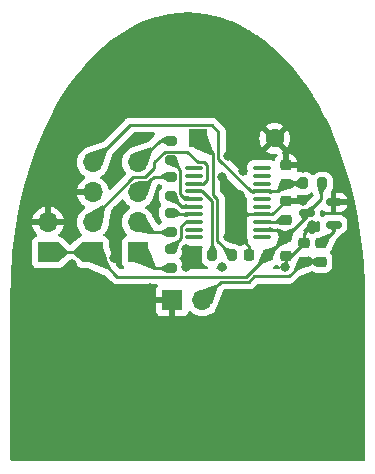
<source format=gbr>
%TF.GenerationSoftware,KiCad,Pcbnew,7.0.10*%
%TF.CreationDate,2025-02-23T01:37:13-06:00*%
%TF.ProjectId,Portal_Radio,506f7274-616c-45f5-9261-64696f2e6b69,rev?*%
%TF.SameCoordinates,Original*%
%TF.FileFunction,Copper,L2,Bot*%
%TF.FilePolarity,Positive*%
%FSLAX46Y46*%
G04 Gerber Fmt 4.6, Leading zero omitted, Abs format (unit mm)*
G04 Created by KiCad (PCBNEW 7.0.10) date 2025-02-23 01:37:13*
%MOMM*%
%LPD*%
G01*
G04 APERTURE LIST*
G04 Aperture macros list*
%AMRoundRect*
0 Rectangle with rounded corners*
0 $1 Rounding radius*
0 $2 $3 $4 $5 $6 $7 $8 $9 X,Y pos of 4 corners*
0 Add a 4 corners polygon primitive as box body*
4,1,4,$2,$3,$4,$5,$6,$7,$8,$9,$2,$3,0*
0 Add four circle primitives for the rounded corners*
1,1,$1+$1,$2,$3*
1,1,$1+$1,$4,$5*
1,1,$1+$1,$6,$7*
1,1,$1+$1,$8,$9*
0 Add four rect primitives between the rounded corners*
20,1,$1+$1,$2,$3,$4,$5,0*
20,1,$1+$1,$4,$5,$6,$7,0*
20,1,$1+$1,$6,$7,$8,$9,0*
20,1,$1+$1,$8,$9,$2,$3,0*%
G04 Aperture macros list end*
%TA.AperFunction,ComponentPad*%
%ADD10R,1.700000X1.700000*%
%TD*%
%TA.AperFunction,ComponentPad*%
%ADD11O,1.700000X1.700000*%
%TD*%
%TA.AperFunction,ComponentPad*%
%ADD12R,1.600000X1.600000*%
%TD*%
%TA.AperFunction,ComponentPad*%
%ADD13C,1.600000*%
%TD*%
%TA.AperFunction,SMDPad,CuDef*%
%ADD14RoundRect,0.150000X0.512500X0.150000X-0.512500X0.150000X-0.512500X-0.150000X0.512500X-0.150000X0*%
%TD*%
%TA.AperFunction,SMDPad,CuDef*%
%ADD15RoundRect,0.225000X-0.250000X0.225000X-0.250000X-0.225000X0.250000X-0.225000X0.250000X0.225000X0*%
%TD*%
%TA.AperFunction,SMDPad,CuDef*%
%ADD16RoundRect,0.200000X0.200000X0.275000X-0.200000X0.275000X-0.200000X-0.275000X0.200000X-0.275000X0*%
%TD*%
%TA.AperFunction,SMDPad,CuDef*%
%ADD17RoundRect,0.200000X-0.275000X0.200000X-0.275000X-0.200000X0.275000X-0.200000X0.275000X0.200000X0*%
%TD*%
%TA.AperFunction,SMDPad,CuDef*%
%ADD18RoundRect,0.225000X0.250000X-0.225000X0.250000X0.225000X-0.250000X0.225000X-0.250000X-0.225000X0*%
%TD*%
%TA.AperFunction,SMDPad,CuDef*%
%ADD19RoundRect,0.200000X-0.200000X-0.275000X0.200000X-0.275000X0.200000X0.275000X-0.200000X0.275000X0*%
%TD*%
%TA.AperFunction,SMDPad,CuDef*%
%ADD20RoundRect,0.225000X0.225000X0.250000X-0.225000X0.250000X-0.225000X-0.250000X0.225000X-0.250000X0*%
%TD*%
%TA.AperFunction,SMDPad,CuDef*%
%ADD21RoundRect,0.200000X0.275000X-0.200000X0.275000X0.200000X-0.275000X0.200000X-0.275000X-0.200000X0*%
%TD*%
%TA.AperFunction,SMDPad,CuDef*%
%ADD22RoundRect,0.218750X0.256250X-0.218750X0.256250X0.218750X-0.256250X0.218750X-0.256250X-0.218750X0*%
%TD*%
%TA.AperFunction,SMDPad,CuDef*%
%ADD23RoundRect,0.100000X0.637500X0.100000X-0.637500X0.100000X-0.637500X-0.100000X0.637500X-0.100000X0*%
%TD*%
%TA.AperFunction,ViaPad*%
%ADD24C,0.800000*%
%TD*%
%TA.AperFunction,Conductor*%
%ADD25C,0.250000*%
%TD*%
G04 APERTURE END LIST*
D10*
%TO.P,J3,1,Pin_1*%
%TO.N,+3V3*%
X125730000Y-90932000D03*
D11*
%TO.P,J3,2,Pin_2*%
%TO.N,GND*%
X125730000Y-88392000D03*
%TD*%
D10*
%TO.P,J1,1,Pin_1*%
%TO.N,+3V3*%
X129540000Y-90927000D03*
D11*
%TO.P,J1,2,Pin_2*%
%TO.N,SWIM*%
X129540000Y-88387000D03*
%TO.P,J1,3,Pin_3*%
%TO.N,GND*%
X129540000Y-85847000D03*
%TO.P,J1,4,Pin_4*%
%TO.N,RST*%
X129540000Y-83307000D03*
%TD*%
D10*
%TO.P,J4,1,Pin_1*%
%TO.N,GND*%
X136266000Y-94996000D03*
D11*
%TO.P,J4,2,Pin_2*%
%TO.N,+BATT*%
X138806000Y-94996000D03*
%TD*%
D10*
%TO.P,J2,1,Pin_1*%
%TO.N,Net-(J2-Pin_1)*%
X133350000Y-90927000D03*
D11*
%TO.P,J2,2,Pin_2*%
%TO.N,Net-(J2-Pin_2)*%
X133350000Y-88387000D03*
%TO.P,J2,3,Pin_3*%
%TO.N,Net-(J2-Pin_3)*%
X133350000Y-85847000D03*
%TO.P,J2,4,Pin_4*%
%TO.N,Net-(J2-Pin_4)*%
X133350000Y-83307000D03*
%TD*%
D12*
%TO.P,BZ1,1,+*%
%TO.N,Net-(BZ1-+)*%
X138430000Y-81280000D03*
D13*
%TO.P,BZ1,2,-*%
%TO.N,GND*%
X144930000Y-81280000D03*
%TD*%
D14*
%TO.P,U2,1,GND*%
%TO.N,GND*%
X149912000Y-86680000D03*
%TO.P,U2,2,SW*%
%TO.N,Net-(U2-SW)*%
X149912000Y-88580000D03*
%TO.P,U2,3,OUT*%
%TO.N,+3V3*%
X147637000Y-87630000D03*
%TD*%
D15*
%TO.P,C5,1*%
%TO.N,+3V3*%
X145859000Y-89649000D03*
%TO.P,C5,2*%
%TO.N,GND*%
X145859000Y-91199000D03*
%TD*%
D16*
%TO.P,R1,1*%
%TO.N,+3V3*%
X148970000Y-85090000D03*
%TO.P,R1,2*%
%TO.N,RST*%
X147320000Y-85090000D03*
%TD*%
D17*
%TO.P,R3,1*%
%TO.N,C3*%
X136144000Y-90615000D03*
%TO.P,R3,2*%
%TO.N,Net-(J2-Pin_1)*%
X136144000Y-92265000D03*
%TD*%
%TO.P,R4,1*%
%TO.N,C4*%
X136144000Y-87567000D03*
%TO.P,R4,2*%
%TO.N,Net-(J2-Pin_2)*%
X136144000Y-89217000D03*
%TD*%
D18*
%TO.P,C1,1*%
%TO.N,RST*%
X145859000Y-85116000D03*
%TO.P,C1,2*%
%TO.N,GND*%
X145859000Y-83566000D03*
%TD*%
%TO.P,C4,2*%
%TO.N,GND*%
X147383000Y-90157000D03*
%TO.P,C4,1*%
%TO.N,+BATT*%
X147383000Y-91707000D03*
%TD*%
D19*
%TO.P,R2,1*%
%TO.N,C7*%
X139637000Y-91186000D03*
%TO.P,R2,2*%
%TO.N,Net-(BZ1-+)*%
X141287000Y-91186000D03*
%TD*%
D20*
%TO.P,C3,1*%
%TO.N,+3V3*%
X144335000Y-91186000D03*
%TO.P,C3,2*%
%TO.N,GND*%
X142785000Y-91186000D03*
%TD*%
D21*
%TO.P,R6,1*%
%TO.N,C6*%
X136144000Y-83121000D03*
%TO.P,R6,2*%
%TO.N,Net-(J2-Pin_4)*%
X136144000Y-81471000D03*
%TD*%
D22*
%TO.P,L1,2,2*%
%TO.N,Net-(U2-SW)*%
X148844000Y-90144500D03*
%TO.P,L1,1,1*%
%TO.N,+BATT*%
X148844000Y-91719500D03*
%TD*%
D23*
%TO.P,U1,1,PD4*%
%TO.N,unconnected-(U1-PD4-Pad1)*%
X143827000Y-83816000D03*
%TO.P,U1,2,PD5*%
%TO.N,unconnected-(U1-PD5-Pad2)*%
X143827000Y-84466000D03*
%TO.P,U1,3,PD6*%
%TO.N,unconnected-(U1-PD6-Pad3)*%
X143827000Y-85116000D03*
%TO.P,U1,4,NRST*%
%TO.N,RST*%
X143827000Y-85766000D03*
%TO.P,U1,5,PA1*%
%TO.N,unconnected-(U1-PA1-Pad5)*%
X143827000Y-86416000D03*
%TO.P,U1,6,PA2*%
%TO.N,unconnected-(U1-PA2-Pad6)*%
X143827000Y-87066000D03*
%TO.P,U1,7,VSS*%
%TO.N,GND*%
X143827000Y-87716000D03*
%TO.P,U1,8,VCAP*%
%TO.N,Net-(U1-VCAP)*%
X143827000Y-88366000D03*
%TO.P,U1,9,VDD*%
%TO.N,+3V3*%
X143827000Y-89016000D03*
%TO.P,U1,10,PA3*%
%TO.N,unconnected-(U1-PA3-Pad10)*%
X143827000Y-89666000D03*
%TO.P,U1,11,PB5*%
%TO.N,unconnected-(U1-PB5-Pad11)*%
X138102000Y-89666000D03*
%TO.P,U1,12,PB4*%
%TO.N,unconnected-(U1-PB4-Pad12)*%
X138102000Y-89016000D03*
%TO.P,U1,13,PC3*%
%TO.N,C3*%
X138102000Y-88366000D03*
%TO.P,U1,14,PC4*%
%TO.N,C4*%
X138102000Y-87716000D03*
%TO.P,U1,15,PC5*%
%TO.N,C5*%
X138102000Y-87066000D03*
%TO.P,U1,16,PC6*%
%TO.N,C6*%
X138102000Y-86416000D03*
%TO.P,U1,17,PC7*%
%TO.N,C7*%
X138102000Y-85766000D03*
%TO.P,U1,18,PD1*%
%TO.N,SWIM*%
X138102000Y-85116000D03*
%TO.P,U1,19,PD2*%
%TO.N,unconnected-(U1-PD2-Pad19)*%
X138102000Y-84466000D03*
%TO.P,U1,20,PD3*%
%TO.N,unconnected-(U1-PD3-Pad20)*%
X138102000Y-83816000D03*
%TD*%
D21*
%TO.P,R5,1*%
%TO.N,C5*%
X136144000Y-86169000D03*
%TO.P,R5,2*%
%TO.N,Net-(J2-Pin_3)*%
X136144000Y-84519000D03*
%TD*%
D18*
%TO.P,C2,1*%
%TO.N,Net-(U1-VCAP)*%
X145859000Y-88151000D03*
%TO.P,C2,2*%
%TO.N,GND*%
X145859000Y-86601000D03*
%TD*%
D24*
%TO.N,GND*%
X133858000Y-107696000D03*
X131572000Y-87376000D03*
X151638000Y-97282000D03*
X148082000Y-88646000D03*
X147320000Y-83820000D03*
X139192000Y-78994000D03*
X150368000Y-84582000D03*
X145796000Y-92202000D03*
X133858000Y-81280000D03*
X151638000Y-107696000D03*
X140462000Y-92202000D03*
X124714000Y-84582000D03*
X133096000Y-72644000D03*
X145542000Y-75438000D03*
X131064000Y-84836000D03*
X129794000Y-81280000D03*
X131318000Y-91440000D03*
X140716000Y-94996000D03*
X137414000Y-90678000D03*
X134366000Y-93980000D03*
X141986000Y-86106000D03*
X130556000Y-93472000D03*
X148336000Y-79502000D03*
X147320000Y-86614000D03*
X137414000Y-71374000D03*
X128016000Y-87122000D03*
X132080000Y-78994000D03*
X135128000Y-78994000D03*
X141986000Y-72644000D03*
X134620000Y-87122000D03*
X123444000Y-91186000D03*
X129540000Y-75438000D03*
X142240000Y-89916000D03*
X126746000Y-79502000D03*
X127762000Y-89662000D03*
X140462000Y-84582000D03*
X128016000Y-84582000D03*
X142240000Y-84074000D03*
X140970000Y-89662000D03*
X137414000Y-92202000D03*
X138938000Y-97028000D03*
X141224000Y-107696000D03*
X123444000Y-97282000D03*
X140970000Y-82804000D03*
X127762000Y-91948000D03*
X151638000Y-91186000D03*
X123444000Y-107696000D03*
%TD*%
D25*
%TO.N,Net-(BZ1-+)*%
X139700000Y-86036292D02*
X140087000Y-86423292D01*
X140087000Y-89986000D02*
X141287000Y-91186000D01*
X138430000Y-81280000D02*
X139700000Y-82550000D01*
X139700000Y-82550000D02*
X139700000Y-86036292D01*
X140087000Y-86423292D02*
X140087000Y-89986000D01*
%TO.N,GND*%
X142580000Y-87716000D02*
X141986000Y-87122000D01*
X147383000Y-89345000D02*
X147383000Y-90157000D01*
X141986000Y-87122000D02*
X141986000Y-86106000D01*
X146341000Y-91199000D02*
X147383000Y-90157000D01*
X142785000Y-91186000D02*
X142785000Y-90461000D01*
X144744000Y-87716000D02*
X143827000Y-87716000D01*
X145859000Y-91199000D02*
X146341000Y-91199000D01*
X145859000Y-91199000D02*
X145859000Y-92139000D01*
X145859000Y-86601000D02*
X144744000Y-87716000D01*
X143827000Y-87716000D02*
X142580000Y-87716000D01*
X142785000Y-90461000D02*
X142240000Y-89916000D01*
X148082000Y-88646000D02*
X147383000Y-89345000D01*
X145859000Y-92139000D02*
X145796000Y-92202000D01*
%TO.N,RST*%
X142885688Y-85766000D02*
X143827000Y-85766000D01*
X145859000Y-85116000D02*
X145209000Y-85766000D01*
X147320000Y-85090000D02*
X145885000Y-85090000D01*
X140150000Y-80714000D02*
X140150000Y-83030312D01*
X145209000Y-85766000D02*
X143827000Y-85766000D01*
X132692000Y-80155000D02*
X139591000Y-80155000D01*
X139591000Y-80155000D02*
X140150000Y-80714000D01*
X145885000Y-85090000D02*
X145859000Y-85116000D01*
X140150000Y-83030312D02*
X142885688Y-85766000D01*
X129540000Y-83307000D02*
X132692000Y-80155000D01*
%TO.N,Net-(U1-VCAP)*%
X143827000Y-88366000D02*
X145644000Y-88366000D01*
X145644000Y-88366000D02*
X145859000Y-88151000D01*
%TO.N,+3V3*%
X145859000Y-89649000D02*
X145226000Y-89016000D01*
X125730000Y-90932000D02*
X129535000Y-90932000D01*
X131603000Y-92990000D02*
X142531000Y-92990000D01*
X145859000Y-89649000D02*
X145859000Y-89662000D01*
X145859000Y-89662000D02*
X144335000Y-91186000D01*
X147637000Y-87871000D02*
X145859000Y-89649000D01*
X142531000Y-92990000D02*
X144335000Y-91186000D01*
X145226000Y-89016000D02*
X143827000Y-89016000D01*
X148844000Y-85216000D02*
X148844000Y-86423000D01*
X129535000Y-90932000D02*
X129540000Y-90927000D01*
X147637000Y-87630000D02*
X147637000Y-87871000D01*
X148844000Y-86423000D02*
X147637000Y-87630000D01*
X129540000Y-90927000D02*
X131603000Y-92990000D01*
X148970000Y-85090000D02*
X148844000Y-85216000D01*
%TO.N,+BATT*%
X140362000Y-93440000D02*
X138806000Y-94996000D01*
X147383000Y-91707000D02*
X146126000Y-92964000D01*
X142717396Y-93440000D02*
X140362000Y-93440000D01*
X147383000Y-91707000D02*
X148894500Y-91707000D01*
X143193396Y-92964000D02*
X142717396Y-93440000D01*
X148894500Y-91707000D02*
X148907000Y-91719500D01*
X146126000Y-92964000D02*
X143193396Y-92964000D01*
%TO.N,Net-(U2-SW)*%
X149912000Y-88580000D02*
X149912000Y-89139500D01*
X149912000Y-89139500D02*
X148907000Y-90144500D01*
%TO.N,C7*%
X138793312Y-85766000D02*
X138102000Y-85766000D01*
X139637000Y-91186000D02*
X139637000Y-86609688D01*
X139637000Y-86609688D02*
X138793312Y-85766000D01*
%TO.N,C3*%
X136144000Y-90615000D02*
X137039500Y-89719500D01*
X137410688Y-88366000D02*
X138102000Y-88366000D01*
X137039500Y-88737188D02*
X137410688Y-88366000D01*
X137039500Y-89719500D02*
X137039500Y-88737188D01*
%TO.N,C4*%
X136293000Y-87716000D02*
X138102000Y-87716000D01*
X136144000Y-87567000D02*
X136293000Y-87716000D01*
%TO.N,C5*%
X137041000Y-87066000D02*
X136144000Y-86169000D01*
X138102000Y-87066000D02*
X137041000Y-87066000D01*
%TO.N,C6*%
X136944000Y-83921000D02*
X136144000Y-83121000D01*
X138102000Y-86416000D02*
X137364501Y-86416000D01*
X136944000Y-85995499D02*
X136944000Y-83921000D01*
X137364501Y-86416000D02*
X136944000Y-85995499D01*
%TO.N,SWIM*%
X137535000Y-82396000D02*
X138430000Y-83291000D01*
X133978604Y-84582000D02*
X134740604Y-83820000D01*
X134740604Y-83820000D02*
X134740604Y-83301392D01*
X138430000Y-83291000D02*
X138918312Y-83291000D01*
X132953299Y-84582000D02*
X133978604Y-84582000D01*
X138839499Y-85116000D02*
X138102000Y-85116000D01*
X139192000Y-84763499D02*
X138839499Y-85116000D01*
X139192000Y-83564688D02*
X139192000Y-84763499D01*
X129540000Y-87995299D02*
X132953299Y-84582000D01*
X138918312Y-83291000D02*
X139192000Y-83564688D01*
X129540000Y-88387000D02*
X129540000Y-87995299D01*
X135645996Y-82396000D02*
X137535000Y-82396000D01*
X134740604Y-83301392D02*
X135645996Y-82396000D01*
%TO.N,Net-(J2-Pin_1)*%
X134688000Y-92265000D02*
X133350000Y-90927000D01*
X136144000Y-92265000D02*
X134688000Y-92265000D01*
%TO.N,Net-(J2-Pin_2)*%
X136144000Y-89217000D02*
X134180000Y-89217000D01*
X134180000Y-89217000D02*
X133350000Y-88387000D01*
%TO.N,Net-(J2-Pin_3)*%
X134678000Y-84519000D02*
X133350000Y-85847000D01*
X136144000Y-84519000D02*
X134678000Y-84519000D01*
%TO.N,Net-(J2-Pin_4)*%
X135186000Y-81471000D02*
X133350000Y-83307000D01*
X136144000Y-81471000D02*
X135186000Y-81471000D01*
%TD*%
%TA.AperFunction,Conductor*%
%TO.N,GND*%
G36*
X132092425Y-86429976D02*
G01*
X132148358Y-86471848D01*
X132161472Y-86493751D01*
X132175847Y-86524578D01*
X132175966Y-86524832D01*
X132311501Y-86718395D01*
X132311506Y-86718402D01*
X132478597Y-86885493D01*
X132478603Y-86885498D01*
X132664158Y-87015425D01*
X132707783Y-87070002D01*
X132714977Y-87139500D01*
X132683454Y-87201855D01*
X132664158Y-87218575D01*
X132478597Y-87348505D01*
X132311505Y-87515597D01*
X132175965Y-87709169D01*
X132175964Y-87709171D01*
X132076098Y-87923335D01*
X132076094Y-87923344D01*
X132014938Y-88151586D01*
X132014936Y-88151596D01*
X131994341Y-88386999D01*
X131994341Y-88387000D01*
X132014936Y-88622403D01*
X132014938Y-88622413D01*
X132076094Y-88850655D01*
X132076096Y-88850659D01*
X132076097Y-88850663D01*
X132146572Y-89001797D01*
X132175965Y-89064830D01*
X132175967Y-89064834D01*
X132284281Y-89219521D01*
X132311501Y-89258396D01*
X132311506Y-89258402D01*
X132433430Y-89380326D01*
X132466915Y-89441649D01*
X132461931Y-89511341D01*
X132420059Y-89567274D01*
X132389083Y-89584189D01*
X132257669Y-89633203D01*
X132257664Y-89633206D01*
X132142455Y-89719452D01*
X132142452Y-89719455D01*
X132056206Y-89834664D01*
X132056202Y-89834671D01*
X132005908Y-89969517D01*
X131999501Y-90029116D01*
X131999501Y-90029123D01*
X131999500Y-90029135D01*
X131999500Y-91824870D01*
X131999501Y-91824876D01*
X132005908Y-91884483D01*
X132056202Y-92019328D01*
X132056206Y-92019335D01*
X132142452Y-92134544D01*
X132142454Y-92134546D01*
X132151389Y-92141235D01*
X132193259Y-92197169D01*
X132198242Y-92266861D01*
X132164755Y-92328183D01*
X132103431Y-92361667D01*
X132077076Y-92364500D01*
X131913452Y-92364500D01*
X131846413Y-92344815D01*
X131825771Y-92328181D01*
X131532580Y-92034990D01*
X131505212Y-91993566D01*
X131482792Y-91937804D01*
X131407527Y-91750606D01*
X131389271Y-91705199D01*
X131389270Y-91705197D01*
X131322844Y-91588063D01*
X131319111Y-91583147D01*
X131319110Y-91583146D01*
X131319107Y-91583142D01*
X131276587Y-91540407D01*
X131266115Y-91528436D01*
X131247363Y-91503999D01*
X131222798Y-91444693D01*
X131220571Y-91427775D01*
X131219510Y-91411275D01*
X131219547Y-91396666D01*
X131219713Y-91331854D01*
X131218968Y-91325962D01*
X131186472Y-91200803D01*
X131184024Y-91194715D01*
X130899450Y-90486926D01*
X130890499Y-90440669D01*
X130890499Y-90029129D01*
X130890498Y-90029123D01*
X130890497Y-90029116D01*
X130885191Y-89979754D01*
X130884091Y-89969516D01*
X130833797Y-89834671D01*
X130833793Y-89834664D01*
X130747547Y-89719455D01*
X130747544Y-89719452D01*
X130632335Y-89633206D01*
X130632328Y-89633202D01*
X130500917Y-89584189D01*
X130444983Y-89542318D01*
X130420566Y-89476853D01*
X130435418Y-89408580D01*
X130456563Y-89380332D01*
X130578495Y-89258401D01*
X130714035Y-89064830D01*
X130813903Y-88850663D01*
X130875063Y-88622408D01*
X130887996Y-88474574D01*
X130889967Y-88462335D01*
X130889886Y-88462322D01*
X130900314Y-88397895D01*
X131063538Y-87389489D01*
X131093682Y-87326458D01*
X131098245Y-87321642D01*
X131961412Y-86458475D01*
X132022733Y-86424992D01*
X132092425Y-86429976D01*
G37*
%TD.AperFunction*%
%TA.AperFunction,Conductor*%
G36*
X137404273Y-90363752D02*
G01*
X137425139Y-90366500D01*
X138720166Y-90366499D01*
X138787205Y-90386184D01*
X138832960Y-90438987D01*
X138842904Y-90508146D01*
X138831241Y-90545620D01*
X138803321Y-90601879D01*
X138802280Y-90604359D01*
X138794096Y-90620442D01*
X138793524Y-90621387D01*
X138793520Y-90621396D01*
X138768004Y-90703280D01*
X138766748Y-90707092D01*
X138761580Y-90721962D01*
X138761575Y-90721978D01*
X138761505Y-90722314D01*
X138758575Y-90733543D01*
X138742914Y-90783800D01*
X138742914Y-90783803D01*
X138742914Y-90783804D01*
X138737686Y-90841339D01*
X138736500Y-90854386D01*
X138736500Y-91517613D01*
X138742913Y-91588192D01*
X138742913Y-91588194D01*
X138742914Y-91588196D01*
X138793522Y-91750606D01*
X138877476Y-91889483D01*
X138881530Y-91896188D01*
X139001811Y-92016469D01*
X139001813Y-92016470D01*
X139001815Y-92016472D01*
X139147394Y-92104478D01*
X139203994Y-92122115D01*
X139262141Y-92160852D01*
X139290115Y-92224877D01*
X139279034Y-92293862D01*
X139232415Y-92345905D01*
X139167103Y-92364500D01*
X137243500Y-92364500D01*
X137176461Y-92344815D01*
X137130706Y-92292011D01*
X137119500Y-92240500D01*
X137119500Y-92008386D01*
X137119500Y-92008384D01*
X137113086Y-91937804D01*
X137062478Y-91775394D01*
X136974472Y-91629815D01*
X136974470Y-91629813D01*
X136974469Y-91629811D01*
X136872339Y-91527681D01*
X136838854Y-91466358D01*
X136843838Y-91396666D01*
X136872339Y-91352319D01*
X136974468Y-91250189D01*
X136974469Y-91250188D01*
X136974472Y-91250185D01*
X137062478Y-91104606D01*
X137113086Y-90942196D01*
X137119500Y-90871616D01*
X137119500Y-90841339D01*
X137128676Y-90794526D01*
X137131218Y-90788292D01*
X137273265Y-90439874D01*
X137316800Y-90385231D01*
X137382970Y-90362797D01*
X137404273Y-90363752D01*
G37*
%TD.AperFunction*%
%TA.AperFunction,Conductor*%
G36*
X140505334Y-91885838D02*
G01*
X140549681Y-91914339D01*
X140651811Y-92016469D01*
X140651813Y-92016470D01*
X140651815Y-92016472D01*
X140797394Y-92104478D01*
X140853994Y-92122115D01*
X140912141Y-92160852D01*
X140940115Y-92224877D01*
X140929034Y-92293862D01*
X140882415Y-92345905D01*
X140817103Y-92364500D01*
X140106897Y-92364500D01*
X140039858Y-92344815D01*
X139994103Y-92292011D01*
X139984159Y-92222853D01*
X140013184Y-92159297D01*
X140070005Y-92122115D01*
X140126606Y-92104478D01*
X140272185Y-92016472D01*
X140314479Y-91974178D01*
X140374319Y-91914339D01*
X140435642Y-91880854D01*
X140505334Y-91885838D01*
G37*
%TD.AperFunction*%
%TA.AperFunction,Conductor*%
G36*
X145149940Y-91993128D02*
G01*
X145158515Y-91997958D01*
X145300511Y-92085544D01*
X145300518Y-92085547D01*
X145334459Y-92096794D01*
X145391904Y-92136566D01*
X145418727Y-92201082D01*
X145406412Y-92269858D01*
X145358869Y-92321058D01*
X145295455Y-92338500D01*
X144911348Y-92338500D01*
X144844309Y-92318815D01*
X144798554Y-92266011D01*
X144788610Y-92196853D01*
X144817635Y-92133297D01*
X144863057Y-92102990D01*
X144862154Y-92101053D01*
X144868687Y-92098006D01*
X144868697Y-92098003D01*
X145013044Y-92008968D01*
X145013055Y-92008956D01*
X145016503Y-92006232D01*
X145081298Y-91980090D01*
X145149940Y-91993128D01*
G37*
%TD.AperFunction*%
%TA.AperFunction,Conductor*%
G36*
X140530703Y-84296051D02*
G01*
X140537179Y-84302081D01*
X141466086Y-85230989D01*
X142384885Y-86149788D01*
X142394710Y-86162051D01*
X142394931Y-86161869D01*
X142399899Y-86167874D01*
X142399901Y-86167876D01*
X142399902Y-86167877D01*
X142448910Y-86213899D01*
X142451709Y-86216612D01*
X142471210Y-86236114D01*
X142471214Y-86236117D01*
X142471217Y-86236120D01*
X142474390Y-86238581D01*
X142483262Y-86246159D01*
X142515106Y-86276062D01*
X142524733Y-86281354D01*
X142573999Y-86330898D01*
X142589000Y-86390017D01*
X142589000Y-86555363D01*
X142604453Y-86672753D01*
X142604457Y-86672765D01*
X142613066Y-86693550D01*
X142620533Y-86763019D01*
X142613066Y-86788450D01*
X142604457Y-86809234D01*
X142604455Y-86809239D01*
X142589000Y-86926638D01*
X142589000Y-87205363D01*
X142604453Y-87322753D01*
X142604456Y-87322762D01*
X142613337Y-87344203D01*
X142620804Y-87413673D01*
X142613338Y-87439103D01*
X142604943Y-87459370D01*
X142597487Y-87516000D01*
X142640000Y-87516000D01*
X142707039Y-87535685D01*
X142738375Y-87564513D01*
X142752676Y-87583150D01*
X142761218Y-87594282D01*
X142791640Y-87617625D01*
X142832841Y-87674052D01*
X142836996Y-87743798D01*
X142802783Y-87804719D01*
X142791646Y-87814369D01*
X142761218Y-87837718D01*
X142761217Y-87837719D01*
X142761216Y-87837720D01*
X142738375Y-87867487D01*
X142681947Y-87908690D01*
X142640000Y-87916000D01*
X142597490Y-87916000D01*
X142597488Y-87916001D01*
X142604941Y-87972622D01*
X142604945Y-87972634D01*
X142613337Y-87992895D01*
X142620804Y-88062364D01*
X142613338Y-88087794D01*
X142604456Y-88109238D01*
X142604455Y-88109239D01*
X142589000Y-88226638D01*
X142589000Y-88505363D01*
X142604453Y-88622753D01*
X142604457Y-88622765D01*
X142613066Y-88643550D01*
X142620533Y-88713019D01*
X142613066Y-88738450D01*
X142604457Y-88759234D01*
X142604455Y-88759239D01*
X142589000Y-88876638D01*
X142589000Y-89155363D01*
X142604453Y-89272753D01*
X142604457Y-89272765D01*
X142613066Y-89293550D01*
X142620533Y-89363019D01*
X142613066Y-89388450D01*
X142604457Y-89409234D01*
X142604455Y-89409239D01*
X142589000Y-89526638D01*
X142589000Y-89805363D01*
X142604453Y-89922753D01*
X142604456Y-89922762D01*
X142652830Y-90039547D01*
X142660299Y-90109017D01*
X142629024Y-90171496D01*
X142568935Y-90207148D01*
X142538273Y-90211000D01*
X142511694Y-90211000D01*
X142511676Y-90211001D01*
X142412392Y-90221144D01*
X142251518Y-90274452D01*
X142251507Y-90274457D01*
X142107271Y-90363424D01*
X142107268Y-90363426D01*
X142106350Y-90364345D01*
X142105565Y-90364773D01*
X142101605Y-90367905D01*
X142101069Y-90367227D01*
X142045024Y-90397824D01*
X141975333Y-90392834D01*
X141930995Y-90364337D01*
X141922188Y-90355530D01*
X141915126Y-90351261D01*
X141776606Y-90267522D01*
X141614196Y-90216914D01*
X141614194Y-90216913D01*
X141614192Y-90216913D01*
X141564778Y-90212423D01*
X141543616Y-90210500D01*
X141543613Y-90210500D01*
X141513339Y-90210500D01*
X141466526Y-90201324D01*
X141017624Y-90018308D01*
X140976756Y-89991165D01*
X140748819Y-89763228D01*
X140715334Y-89701905D01*
X140712500Y-89675547D01*
X140712500Y-86506034D01*
X140714224Y-86490414D01*
X140713939Y-86490387D01*
X140714673Y-86482625D01*
X140712561Y-86415404D01*
X140712500Y-86411510D01*
X140712500Y-86383948D01*
X140712500Y-86383942D01*
X140711996Y-86379960D01*
X140711081Y-86368321D01*
X140710913Y-86362971D01*
X140709710Y-86324665D01*
X140704119Y-86305422D01*
X140700173Y-86286370D01*
X140697664Y-86266500D01*
X140681579Y-86225875D01*
X140677806Y-86214854D01*
X140665618Y-86172902D01*
X140665617Y-86172901D01*
X140665617Y-86172899D01*
X140665616Y-86172898D01*
X140655423Y-86155663D01*
X140646861Y-86138186D01*
X140639487Y-86119561D01*
X140623095Y-86097000D01*
X140613811Y-86084222D01*
X140607405Y-86074469D01*
X140585170Y-86036872D01*
X140585169Y-86036871D01*
X140585166Y-86036867D01*
X140571007Y-86022709D01*
X140558370Y-86007914D01*
X140546594Y-85991705D01*
X140512932Y-85963857D01*
X140504302Y-85956003D01*
X140361819Y-85813520D01*
X140328334Y-85752197D01*
X140325500Y-85725839D01*
X140325500Y-84389764D01*
X140345185Y-84322725D01*
X140397989Y-84276970D01*
X140467147Y-84267026D01*
X140530703Y-84296051D01*
G37*
%TD.AperFunction*%
%TA.AperFunction,Conductor*%
G36*
X148682550Y-88288059D02*
G01*
X148732796Y-88336609D01*
X148749000Y-88397895D01*
X148749000Y-88795701D01*
X148751901Y-88832567D01*
X148751902Y-88832573D01*
X148798824Y-88994076D01*
X148798625Y-89063945D01*
X148760683Y-89122615D01*
X148725022Y-89144111D01*
X148587768Y-89197940D01*
X148542494Y-89206500D01*
X148539818Y-89206500D01*
X148441316Y-89216563D01*
X148441315Y-89216564D01*
X148362219Y-89242773D01*
X148281715Y-89269450D01*
X148281710Y-89269452D01*
X148175883Y-89334728D01*
X148108490Y-89353168D01*
X148045689Y-89334728D01*
X147941486Y-89270454D01*
X147941481Y-89270452D01*
X147780606Y-89217144D01*
X147681322Y-89207000D01*
X147484950Y-89207000D01*
X147417911Y-89187315D01*
X147372156Y-89134511D01*
X147362212Y-89065353D01*
X147391237Y-89001797D01*
X147397255Y-88995333D01*
X147760468Y-88632120D01*
X147780937Y-88616017D01*
X147780891Y-88615953D01*
X147782261Y-88614975D01*
X147783568Y-88613948D01*
X147784504Y-88613377D01*
X147971378Y-88458921D01*
X148035592Y-88431384D01*
X148050376Y-88430500D01*
X148215186Y-88430500D01*
X148215194Y-88430500D01*
X148252069Y-88427598D01*
X148252071Y-88427597D01*
X148252073Y-88427597D01*
X148354306Y-88397895D01*
X148409898Y-88381744D01*
X148551365Y-88298081D01*
X148551364Y-88298081D01*
X148558080Y-88294110D01*
X148559155Y-88295928D01*
X148614032Y-88274381D01*
X148682550Y-88288059D01*
G37*
%TD.AperFunction*%
%TA.AperFunction,Conductor*%
G36*
X135173614Y-85160987D02*
G01*
X135361704Y-85254329D01*
X135413001Y-85301760D01*
X135430514Y-85369400D01*
X135408677Y-85435769D01*
X135394260Y-85453082D01*
X135313529Y-85533813D01*
X135225522Y-85679393D01*
X135174913Y-85841807D01*
X135169782Y-85898275D01*
X135168500Y-85912384D01*
X135168500Y-86425616D01*
X135170062Y-86442804D01*
X135174913Y-86496192D01*
X135174913Y-86496194D01*
X135174914Y-86496196D01*
X135225522Y-86658606D01*
X135313326Y-86803851D01*
X135331162Y-86871404D01*
X135313326Y-86932148D01*
X135272911Y-86999002D01*
X135225522Y-87077393D01*
X135174913Y-87239807D01*
X135172715Y-87263997D01*
X135168500Y-87310384D01*
X135168500Y-87823616D01*
X135168922Y-87828255D01*
X135174913Y-87894192D01*
X135174913Y-87894194D01*
X135174914Y-87894196D01*
X135225522Y-88056606D01*
X135313528Y-88202185D01*
X135394260Y-88282917D01*
X135427744Y-88344238D01*
X135422760Y-88413930D01*
X135380889Y-88469864D01*
X135361701Y-88481670D01*
X135166435Y-88578574D01*
X135111315Y-88591500D01*
X135079837Y-88591500D01*
X135012798Y-88571815D01*
X134971376Y-88527601D01*
X134582510Y-87825837D01*
X134566992Y-87799422D01*
X134567315Y-87799231D01*
X134560769Y-87787947D01*
X134524035Y-87709171D01*
X134524034Y-87709169D01*
X134388494Y-87515597D01*
X134221402Y-87348506D01*
X134221396Y-87348501D01*
X134035842Y-87218575D01*
X133992217Y-87163998D01*
X133985023Y-87094500D01*
X134016546Y-87032145D01*
X134035842Y-87015425D01*
X134154291Y-86932486D01*
X134221401Y-86885495D01*
X134388495Y-86718401D01*
X134524035Y-86524830D01*
X134609821Y-86340857D01*
X134612221Y-86335993D01*
X134616350Y-86328073D01*
X134616353Y-86328065D01*
X134617189Y-86326135D01*
X134620667Y-86317602D01*
X134623901Y-86310668D01*
X134623901Y-86310666D01*
X134623903Y-86310663D01*
X134627332Y-86297864D01*
X134630100Y-86288903D01*
X135001496Y-85230986D01*
X135042275Y-85174254D01*
X135107254Y-85148574D01*
X135173614Y-85160987D01*
G37*
%TD.AperFunction*%
%TA.AperFunction,Conductor*%
G36*
X148116009Y-85862160D02*
G01*
X148171943Y-85904030D01*
X148192816Y-85947638D01*
X148214639Y-86033031D01*
X148218500Y-86063732D01*
X148218500Y-86112546D01*
X148198815Y-86179585D01*
X148182181Y-86200227D01*
X147782553Y-86599854D01*
X147754496Y-86620897D01*
X147401963Y-86814224D01*
X147342339Y-86829500D01*
X147058798Y-86829500D01*
X147021932Y-86832401D01*
X146932316Y-86858437D01*
X146862447Y-86858237D01*
X146850290Y-86851000D01*
X145733000Y-86851000D01*
X145665961Y-86831315D01*
X145620206Y-86778511D01*
X145609000Y-86727000D01*
X145609000Y-86475000D01*
X145628685Y-86407961D01*
X145681489Y-86362206D01*
X145733000Y-86351000D01*
X146833999Y-86351000D01*
X146833999Y-86327692D01*
X146833998Y-86327677D01*
X146823856Y-86228394D01*
X146817799Y-86210116D01*
X146815397Y-86140288D01*
X146851128Y-86080245D01*
X146913648Y-86049052D01*
X146972392Y-86052725D01*
X146992804Y-86059086D01*
X147063384Y-86065500D01*
X147063387Y-86065500D01*
X147576613Y-86065500D01*
X147576616Y-86065500D01*
X147647196Y-86059086D01*
X147809606Y-86008478D01*
X147955185Y-85920472D01*
X147984995Y-85890662D01*
X148046317Y-85857176D01*
X148116009Y-85862160D01*
G37*
%TD.AperFunction*%
%TA.AperFunction,Conductor*%
G36*
X134757634Y-80800185D02*
G01*
X134803389Y-80852989D01*
X134813333Y-80922147D01*
X134784308Y-80985703D01*
X134763488Y-81004812D01*
X134754413Y-81011406D01*
X134754411Y-81011407D01*
X134754411Y-81011408D01*
X134726573Y-81045058D01*
X134718711Y-81053697D01*
X134218505Y-81553903D01*
X134171898Y-81583222D01*
X132908091Y-82026899D01*
X132899113Y-82029673D01*
X132886340Y-82033095D01*
X132886338Y-82033096D01*
X132879371Y-82036344D01*
X132869678Y-82040372D01*
X132855852Y-82045442D01*
X132855833Y-82045449D01*
X132855268Y-82045665D01*
X132855255Y-82045670D01*
X132855253Y-82045671D01*
X132794014Y-82073899D01*
X132788425Y-82077225D01*
X132788288Y-82076995D01*
X132774433Y-82085277D01*
X132672172Y-82132963D01*
X132672169Y-82132965D01*
X132478597Y-82268505D01*
X132311505Y-82435597D01*
X132175965Y-82629169D01*
X132175964Y-82629171D01*
X132076098Y-82843335D01*
X132076094Y-82843344D01*
X132014938Y-83071586D01*
X132014936Y-83071596D01*
X131994341Y-83306999D01*
X131994341Y-83307000D01*
X132014936Y-83542403D01*
X132014938Y-83542413D01*
X132076094Y-83770655D01*
X132076096Y-83770659D01*
X132076097Y-83770663D01*
X132154411Y-83938607D01*
X132175965Y-83984830D01*
X132175967Y-83984834D01*
X132311507Y-84178404D01*
X132311838Y-84178799D01*
X132311929Y-84179007D01*
X132314610Y-84182836D01*
X132313840Y-84183374D01*
X132339848Y-84242808D01*
X132328805Y-84311800D01*
X132304526Y-84346181D01*
X131061191Y-85589514D01*
X130999868Y-85622999D01*
X130930176Y-85618015D01*
X130874243Y-85576143D01*
X130853735Y-85533926D01*
X130813433Y-85383516D01*
X130813429Y-85383507D01*
X130713600Y-85169422D01*
X130713599Y-85169420D01*
X130578113Y-84975926D01*
X130578108Y-84975920D01*
X130411078Y-84808890D01*
X130225405Y-84678879D01*
X130181780Y-84624302D01*
X130174588Y-84554804D01*
X130206110Y-84492449D01*
X130225406Y-84475730D01*
X130411401Y-84345495D01*
X130578495Y-84178401D01*
X130714035Y-83984830D01*
X130799821Y-83800857D01*
X130802221Y-83795993D01*
X130806350Y-83788073D01*
X130806353Y-83788065D01*
X130807189Y-83786135D01*
X130810667Y-83777602D01*
X130811186Y-83776486D01*
X130813903Y-83770663D01*
X130817336Y-83757847D01*
X130820098Y-83748910D01*
X131263775Y-82485099D01*
X131293091Y-82438497D01*
X132914772Y-80816819D01*
X132976095Y-80783334D01*
X133002453Y-80780500D01*
X134690595Y-80780500D01*
X134757634Y-80800185D01*
G37*
%TD.AperFunction*%
%TA.AperFunction,Conductor*%
G36*
X138321879Y-70646525D02*
G01*
X138331837Y-70647331D01*
X139083700Y-70738808D01*
X139093389Y-70740379D01*
X139834515Y-70891060D01*
X139843860Y-70893342D01*
X140573373Y-71101786D01*
X140582261Y-71104692D01*
X140894123Y-71219855D01*
X141299315Y-71369484D01*
X141307638Y-71372906D01*
X142011387Y-71692653D01*
X142019103Y-71696489D01*
X142708617Y-72069778D01*
X142715726Y-72073938D01*
X143390091Y-72499367D01*
X143396567Y-72503746D01*
X144044705Y-72972574D01*
X144054789Y-72979868D01*
X144060710Y-72984429D01*
X144160418Y-73066136D01*
X144701837Y-73509815D01*
X144707186Y-73514461D01*
X145330219Y-74087641D01*
X145335053Y-74092337D01*
X145641762Y-74406940D01*
X145938498Y-74711315D01*
X145939037Y-74711867D01*
X145943381Y-74716559D01*
X145947008Y-74720686D01*
X146527329Y-75380963D01*
X146531239Y-75385638D01*
X147094180Y-76093454D01*
X147097689Y-76098084D01*
X147637524Y-76846272D01*
X147638630Y-76847804D01*
X147641776Y-76852377D01*
X148159725Y-77642488D01*
X148162543Y-77646995D01*
X148166802Y-77654142D01*
X148652446Y-78469145D01*
X148656525Y-78475989D01*
X148659048Y-78480428D01*
X149128124Y-79346858D01*
X149130376Y-79351224D01*
X149330632Y-79758950D01*
X149573521Y-80253477D01*
X149575534Y-80257781D01*
X149991842Y-81194469D01*
X149993633Y-81198710D01*
X150382090Y-82168205D01*
X150383680Y-82172389D01*
X150743373Y-83173295D01*
X150744776Y-83177427D01*
X151074708Y-84208122D01*
X151075939Y-84212209D01*
X151375170Y-85271223D01*
X151376240Y-85275270D01*
X151643819Y-86361095D01*
X151644738Y-86365109D01*
X151879716Y-87476241D01*
X151880491Y-87480228D01*
X152081913Y-88615120D01*
X152082551Y-88619085D01*
X152249473Y-89776259D01*
X152249978Y-89780208D01*
X152381448Y-90958114D01*
X152381824Y-90962052D01*
X152466188Y-92024328D01*
X152476313Y-92151824D01*
X152476902Y-92159234D01*
X152477151Y-92163164D01*
X152534886Y-93377987D01*
X152535011Y-93381914D01*
X152554485Y-94614030D01*
X152554500Y-94615990D01*
X152554500Y-108490500D01*
X152534815Y-108557539D01*
X152482011Y-108603294D01*
X152430500Y-108614500D01*
X122679500Y-108614500D01*
X122612461Y-108594815D01*
X122566706Y-108542011D01*
X122555500Y-108490500D01*
X122555500Y-94615989D01*
X122555515Y-94614030D01*
X122574985Y-93381927D01*
X122575110Y-93377999D01*
X122575232Y-93375431D01*
X122632849Y-92163105D01*
X122633091Y-92159293D01*
X122659253Y-91829870D01*
X124379500Y-91829870D01*
X124379501Y-91829876D01*
X124385908Y-91889483D01*
X124436202Y-92024328D01*
X124436206Y-92024335D01*
X124522452Y-92139544D01*
X124522455Y-92139547D01*
X124637664Y-92225793D01*
X124637671Y-92225797D01*
X124772517Y-92276091D01*
X124772516Y-92276091D01*
X124779444Y-92276835D01*
X124832127Y-92282500D01*
X126581809Y-92282499D01*
X126592214Y-92283097D01*
X126593752Y-92283054D01*
X126593759Y-92283055D01*
X126593765Y-92283053D01*
X126602620Y-92282808D01*
X126602623Y-92282923D01*
X126607589Y-92282499D01*
X126627871Y-92282499D01*
X126627872Y-92282499D01*
X126687483Y-92276091D01*
X126725199Y-92262023D01*
X126731367Y-92260121D01*
X126731327Y-92259995D01*
X126737030Y-92258146D01*
X126744069Y-92255865D01*
X126794618Y-92236433D01*
X126794623Y-92236429D01*
X126799354Y-92234611D01*
X126803251Y-92232911D01*
X126822331Y-92225796D01*
X126877166Y-92184744D01*
X126885237Y-92179187D01*
X126916260Y-92159592D01*
X127555231Y-91614586D01*
X127619011Y-91586058D01*
X127688090Y-91596541D01*
X127715846Y-91614311D01*
X128352407Y-92153516D01*
X128355064Y-92155766D01*
X128380697Y-92176075D01*
X128381017Y-92176328D01*
X128398835Y-92185934D01*
X128414293Y-92195810D01*
X128447669Y-92220796D01*
X128491040Y-92236971D01*
X128506551Y-92244007D01*
X128507664Y-92244607D01*
X128515219Y-92247379D01*
X128523469Y-92249620D01*
X128534243Y-92253085D01*
X128582517Y-92271091D01*
X128642127Y-92277500D01*
X129053672Y-92277499D01*
X129099929Y-92286450D01*
X129641341Y-92504131D01*
X130606566Y-92892211D01*
X130647989Y-92919579D01*
X131102194Y-93373784D01*
X131112019Y-93386048D01*
X131112240Y-93385866D01*
X131117210Y-93391874D01*
X131166239Y-93437915D01*
X131169036Y-93440626D01*
X131188530Y-93460120D01*
X131191695Y-93462575D01*
X131200571Y-93470156D01*
X131232418Y-93500062D01*
X131232422Y-93500064D01*
X131249973Y-93509713D01*
X131266231Y-93520392D01*
X131282064Y-93532674D01*
X131305045Y-93542618D01*
X131322155Y-93550022D01*
X131332635Y-93555155D01*
X131370908Y-93576197D01*
X131390312Y-93581179D01*
X131408710Y-93587478D01*
X131427105Y-93595438D01*
X131470254Y-93602271D01*
X131481680Y-93604638D01*
X131523981Y-93615500D01*
X131544016Y-93615500D01*
X131563413Y-93617026D01*
X131583196Y-93620160D01*
X131626675Y-93616050D01*
X131638344Y-93615500D01*
X134940829Y-93615500D01*
X135007868Y-93635185D01*
X135053623Y-93687989D01*
X135063567Y-93757147D01*
X135040096Y-93813811D01*
X134972646Y-93903911D01*
X134972645Y-93903913D01*
X134922403Y-94038620D01*
X134922401Y-94038627D01*
X134916000Y-94098155D01*
X134916000Y-94746000D01*
X135832314Y-94746000D01*
X135806507Y-94786156D01*
X135766000Y-94924111D01*
X135766000Y-95067889D01*
X135806507Y-95205844D01*
X135832314Y-95246000D01*
X134916000Y-95246000D01*
X134916000Y-95893844D01*
X134922401Y-95953372D01*
X134922403Y-95953379D01*
X134972645Y-96088086D01*
X134972649Y-96088093D01*
X135058809Y-96203187D01*
X135058812Y-96203190D01*
X135173906Y-96289350D01*
X135173913Y-96289354D01*
X135308620Y-96339596D01*
X135308627Y-96339598D01*
X135368155Y-96345999D01*
X135368172Y-96346000D01*
X136016000Y-96346000D01*
X136016000Y-95431501D01*
X136123685Y-95480680D01*
X136230237Y-95496000D01*
X136301763Y-95496000D01*
X136408315Y-95480680D01*
X136516000Y-95431501D01*
X136516000Y-96346000D01*
X137163828Y-96346000D01*
X137163844Y-96345999D01*
X137223372Y-96339598D01*
X137223379Y-96339596D01*
X137358086Y-96289354D01*
X137358093Y-96289350D01*
X137473187Y-96203190D01*
X137473190Y-96203187D01*
X137559350Y-96088093D01*
X137559354Y-96088086D01*
X137608422Y-95956529D01*
X137650293Y-95900595D01*
X137715757Y-95876178D01*
X137784030Y-95891030D01*
X137812285Y-95912181D01*
X137934599Y-96034495D01*
X138011135Y-96088086D01*
X138128165Y-96170032D01*
X138128167Y-96170033D01*
X138128170Y-96170035D01*
X138342337Y-96269903D01*
X138570592Y-96331063D01*
X138741319Y-96346000D01*
X138805999Y-96351659D01*
X138806000Y-96351659D01*
X138806001Y-96351659D01*
X138870681Y-96346000D01*
X139041408Y-96331063D01*
X139269663Y-96269903D01*
X139483830Y-96170035D01*
X139677401Y-96034495D01*
X139844495Y-95867401D01*
X139980035Y-95673830D01*
X140065821Y-95489857D01*
X140068221Y-95484993D01*
X140072350Y-95477073D01*
X140072353Y-95477065D01*
X140073189Y-95475135D01*
X140076667Y-95466602D01*
X140077186Y-95465486D01*
X140079903Y-95459663D01*
X140083336Y-95446847D01*
X140086098Y-95437910D01*
X140529775Y-94174101D01*
X140559092Y-94127497D01*
X140584776Y-94101815D01*
X140646101Y-94068333D01*
X140672454Y-94065500D01*
X142634653Y-94065500D01*
X142650273Y-94067224D01*
X142650300Y-94066939D01*
X142658056Y-94067671D01*
X142658063Y-94067673D01*
X142725269Y-94065561D01*
X142729164Y-94065500D01*
X142756742Y-94065500D01*
X142756746Y-94065500D01*
X142760720Y-94064997D01*
X142772359Y-94064080D01*
X142816023Y-94062709D01*
X142835265Y-94057117D01*
X142854308Y-94053174D01*
X142874188Y-94050664D01*
X142914797Y-94034585D01*
X142925840Y-94030803D01*
X142967786Y-94018618D01*
X142985025Y-94008422D01*
X143002499Y-93999862D01*
X143021123Y-93992488D01*
X143021123Y-93992487D01*
X143021128Y-93992486D01*
X143056479Y-93966800D01*
X143066210Y-93960408D01*
X143103816Y-93938170D01*
X143117985Y-93923999D01*
X143132775Y-93911368D01*
X143148983Y-93899594D01*
X143176834Y-93865926D01*
X143184665Y-93857319D01*
X143416168Y-93625816D01*
X143477490Y-93592334D01*
X143503848Y-93589500D01*
X146043257Y-93589500D01*
X146058877Y-93591224D01*
X146058904Y-93590939D01*
X146066660Y-93591671D01*
X146066667Y-93591673D01*
X146133873Y-93589561D01*
X146137768Y-93589500D01*
X146165346Y-93589500D01*
X146165350Y-93589500D01*
X146169324Y-93588997D01*
X146180963Y-93588080D01*
X146224627Y-93586709D01*
X146243869Y-93581117D01*
X146262912Y-93577174D01*
X146282792Y-93574664D01*
X146323401Y-93558585D01*
X146334444Y-93554803D01*
X146376390Y-93542618D01*
X146393629Y-93532422D01*
X146411103Y-93523862D01*
X146429727Y-93516488D01*
X146429727Y-93516487D01*
X146429732Y-93516486D01*
X146465083Y-93490800D01*
X146474814Y-93484408D01*
X146512420Y-93462170D01*
X146526589Y-93447999D01*
X146541379Y-93435368D01*
X146557587Y-93423594D01*
X146585438Y-93389926D01*
X146593279Y-93381309D01*
X147019157Y-92955432D01*
X147057580Y-92929319D01*
X147669389Y-92664533D01*
X147706030Y-92654977D01*
X147780708Y-92647349D01*
X147941697Y-92594003D01*
X147944440Y-92592311D01*
X147960076Y-92584140D01*
X147961942Y-92583327D01*
X147961955Y-92583323D01*
X148055122Y-92534615D01*
X148123648Y-92521001D01*
X148171362Y-92535330D01*
X148255809Y-92580810D01*
X148261915Y-92584045D01*
X148261927Y-92584049D01*
X148263439Y-92584711D01*
X148278854Y-92592785D01*
X148281713Y-92594549D01*
X148441315Y-92647436D01*
X148539826Y-92657500D01*
X148539831Y-92657500D01*
X149148169Y-92657500D01*
X149148174Y-92657500D01*
X149246685Y-92647436D01*
X149406287Y-92594549D01*
X149549391Y-92506281D01*
X149668281Y-92387391D01*
X149756549Y-92244287D01*
X149809436Y-92084685D01*
X149819500Y-91986174D01*
X149819500Y-91452826D01*
X149809436Y-91354315D01*
X149756549Y-91194713D01*
X149756545Y-91194707D01*
X149756544Y-91194704D01*
X149668283Y-91051612D01*
X149668280Y-91051608D01*
X149636353Y-91019681D01*
X149602868Y-90958358D01*
X149607852Y-90888666D01*
X149636353Y-90844319D01*
X149649997Y-90830675D01*
X149668281Y-90812391D01*
X149756549Y-90669287D01*
X149809436Y-90509685D01*
X149815445Y-90450855D01*
X149826413Y-90411069D01*
X149847188Y-90366500D01*
X150080321Y-89866349D01*
X150105026Y-89831062D01*
X150295786Y-89640302D01*
X150308048Y-89630480D01*
X150307865Y-89630259D01*
X150313868Y-89625291D01*
X150313877Y-89625286D01*
X150359934Y-89576239D01*
X150362582Y-89573506D01*
X150382120Y-89553970D01*
X150384570Y-89550810D01*
X150392154Y-89541929D01*
X150422062Y-89510082D01*
X150431714Y-89492523D01*
X150442389Y-89476272D01*
X150454674Y-89460436D01*
X150462089Y-89443297D01*
X150506775Y-89389589D01*
X150541292Y-89373465D01*
X150684898Y-89331744D01*
X150826365Y-89248081D01*
X150942581Y-89131865D01*
X151026244Y-88990398D01*
X151066841Y-88850663D01*
X151072097Y-88832573D01*
X151072098Y-88832567D01*
X151074999Y-88795701D01*
X151075000Y-88795694D01*
X151075000Y-88364306D01*
X151072098Y-88327431D01*
X151070657Y-88322472D01*
X151026245Y-88169606D01*
X151026244Y-88169603D01*
X151026244Y-88169602D01*
X150942581Y-88028135D01*
X150942579Y-88028133D01*
X150942576Y-88028129D01*
X150826370Y-87911923D01*
X150826362Y-87911917D01*
X150684896Y-87828255D01*
X150684893Y-87828254D01*
X150527073Y-87782402D01*
X150527067Y-87782401D01*
X150490201Y-87779500D01*
X150490194Y-87779500D01*
X149333806Y-87779500D01*
X149333798Y-87779500D01*
X149296932Y-87782401D01*
X149296926Y-87782402D01*
X149139106Y-87828254D01*
X149139103Y-87828255D01*
X148990920Y-87915890D01*
X148989845Y-87914073D01*
X148934948Y-87935620D01*
X148866432Y-87921931D01*
X148816194Y-87873373D01*
X148800000Y-87812104D01*
X148800000Y-87447257D01*
X148819685Y-87380218D01*
X148872489Y-87334463D01*
X148941647Y-87324519D01*
X148990355Y-87345188D01*
X148991229Y-87343712D01*
X149139303Y-87431282D01*
X149139306Y-87431283D01*
X149297004Y-87477099D01*
X149297010Y-87477100D01*
X149333850Y-87479999D01*
X149333866Y-87480000D01*
X149662000Y-87480000D01*
X149662000Y-86930000D01*
X150162000Y-86930000D01*
X150162000Y-87480000D01*
X150490134Y-87480000D01*
X150490149Y-87479999D01*
X150526989Y-87477100D01*
X150526995Y-87477099D01*
X150684693Y-87431283D01*
X150684696Y-87431282D01*
X150826052Y-87347685D01*
X150826061Y-87347678D01*
X150942178Y-87231561D01*
X150942185Y-87231552D01*
X151025781Y-87090198D01*
X151071600Y-86932486D01*
X151071795Y-86930001D01*
X151071795Y-86930000D01*
X150162000Y-86930000D01*
X149662000Y-86930000D01*
X149662000Y-85922988D01*
X149674623Y-85880000D01*
X150162000Y-85880000D01*
X150162000Y-86430000D01*
X151071795Y-86430000D01*
X151071795Y-86429998D01*
X151071600Y-86427513D01*
X151025781Y-86269801D01*
X150942185Y-86128447D01*
X150942178Y-86128438D01*
X150826061Y-86012321D01*
X150826052Y-86012314D01*
X150684696Y-85928717D01*
X150684693Y-85928716D01*
X150526995Y-85882900D01*
X150526989Y-85882899D01*
X150490149Y-85880000D01*
X150162000Y-85880000D01*
X149674623Y-85880000D01*
X149681685Y-85855949D01*
X149686628Y-85848818D01*
X149710146Y-85817323D01*
X149721817Y-85803839D01*
X149725472Y-85800185D01*
X149813478Y-85654606D01*
X149864086Y-85492196D01*
X149870500Y-85421616D01*
X149870500Y-84758384D01*
X149864086Y-84687804D01*
X149813478Y-84525394D01*
X149725472Y-84379815D01*
X149725470Y-84379813D01*
X149725469Y-84379811D01*
X149605188Y-84259530D01*
X149535973Y-84217688D01*
X149459606Y-84171522D01*
X149297196Y-84120914D01*
X149297194Y-84120913D01*
X149297192Y-84120913D01*
X149247778Y-84116423D01*
X149226616Y-84114500D01*
X148713384Y-84114500D01*
X148694145Y-84116248D01*
X148642807Y-84120913D01*
X148480393Y-84171522D01*
X148334811Y-84259530D01*
X148334810Y-84259531D01*
X148232681Y-84361661D01*
X148171358Y-84395146D01*
X148101666Y-84390162D01*
X148057319Y-84361661D01*
X147955188Y-84259530D01*
X147885973Y-84217688D01*
X147809606Y-84171522D01*
X147647196Y-84120914D01*
X147647194Y-84120913D01*
X147647192Y-84120913D01*
X147597778Y-84116423D01*
X147576616Y-84114500D01*
X147063384Y-84114500D01*
X147010449Y-84119310D01*
X146992803Y-84120914D01*
X146967589Y-84128771D01*
X146897729Y-84129921D01*
X146838337Y-84093119D01*
X146808270Y-84030050D01*
X146812996Y-83971379D01*
X146823855Y-83938607D01*
X146833999Y-83839322D01*
X146834000Y-83839309D01*
X146834000Y-83816000D01*
X145733000Y-83816000D01*
X145665961Y-83796315D01*
X145620206Y-83743511D01*
X145609000Y-83692000D01*
X145609000Y-82616000D01*
X146109000Y-82616000D01*
X146109000Y-83316000D01*
X146833999Y-83316000D01*
X146833999Y-83292692D01*
X146833998Y-83292677D01*
X146823855Y-83193392D01*
X146770547Y-83032518D01*
X146770542Y-83032507D01*
X146681575Y-82888271D01*
X146681572Y-82888267D01*
X146561732Y-82768427D01*
X146561728Y-82768424D01*
X146417492Y-82679457D01*
X146417481Y-82679452D01*
X146256606Y-82626144D01*
X146157322Y-82616000D01*
X146109000Y-82616000D01*
X145609000Y-82616000D01*
X145581490Y-82588491D01*
X145548005Y-82527168D01*
X145552989Y-82457476D01*
X145594860Y-82401542D01*
X145598047Y-82399235D01*
X145655471Y-82359024D01*
X145062533Y-81766086D01*
X145072315Y-81764680D01*
X145203100Y-81704952D01*
X145311761Y-81610798D01*
X145389493Y-81489844D01*
X145413076Y-81409523D01*
X146009024Y-82005471D01*
X146060136Y-81932478D01*
X146156264Y-81726331D01*
X146156269Y-81726317D01*
X146215139Y-81506610D01*
X146215141Y-81506599D01*
X146234966Y-81280002D01*
X146234966Y-81279997D01*
X146215141Y-81053400D01*
X146215139Y-81053389D01*
X146156269Y-80833682D01*
X146156264Y-80833668D01*
X146060136Y-80627521D01*
X146060132Y-80627513D01*
X146009025Y-80554526D01*
X145413076Y-81150475D01*
X145389493Y-81070156D01*
X145311761Y-80949202D01*
X145203100Y-80855048D01*
X145072315Y-80795320D01*
X145062533Y-80793913D01*
X145655472Y-80200974D01*
X145582478Y-80149863D01*
X145376331Y-80053735D01*
X145376317Y-80053730D01*
X145156610Y-79994860D01*
X145156599Y-79994858D01*
X144930002Y-79975034D01*
X144929998Y-79975034D01*
X144703400Y-79994858D01*
X144703389Y-79994860D01*
X144483682Y-80053730D01*
X144483673Y-80053734D01*
X144277516Y-80149866D01*
X144277512Y-80149868D01*
X144204526Y-80200973D01*
X144204526Y-80200974D01*
X144797466Y-80793913D01*
X144787685Y-80795320D01*
X144656900Y-80855048D01*
X144548239Y-80949202D01*
X144470507Y-81070156D01*
X144446923Y-81150475D01*
X143850974Y-80554526D01*
X143850973Y-80554526D01*
X143799868Y-80627512D01*
X143799866Y-80627516D01*
X143703734Y-80833673D01*
X143703730Y-80833682D01*
X143644860Y-81053389D01*
X143644858Y-81053400D01*
X143625034Y-81279997D01*
X143625034Y-81280002D01*
X143644858Y-81506599D01*
X143644860Y-81506610D01*
X143703730Y-81726317D01*
X143703735Y-81726331D01*
X143799863Y-81932478D01*
X143850974Y-82005472D01*
X144446923Y-81409523D01*
X144470507Y-81489844D01*
X144548239Y-81610798D01*
X144656900Y-81704952D01*
X144787685Y-81764680D01*
X144797466Y-81766086D01*
X144204526Y-82359025D01*
X144277513Y-82410132D01*
X144277521Y-82410136D01*
X144483668Y-82506264D01*
X144483682Y-82506269D01*
X144703389Y-82565139D01*
X144703400Y-82565141D01*
X144929998Y-82584966D01*
X144930001Y-82584966D01*
X145039621Y-82575375D01*
X145108121Y-82589141D01*
X145158304Y-82637756D01*
X145174238Y-82705785D01*
X145150863Y-82771629D01*
X145138111Y-82786584D01*
X145036424Y-82888271D01*
X144947457Y-83032507D01*
X144947452Y-83032518D01*
X144921351Y-83111288D01*
X144881578Y-83168733D01*
X144817063Y-83195556D01*
X144756193Y-83186845D01*
X144621265Y-83130957D01*
X144621260Y-83130955D01*
X144503870Y-83115501D01*
X144503867Y-83115500D01*
X144503861Y-83115500D01*
X144503854Y-83115500D01*
X143150136Y-83115500D01*
X143032746Y-83130953D01*
X143032737Y-83130956D01*
X142886660Y-83191463D01*
X142761218Y-83287718D01*
X142664963Y-83413160D01*
X142604456Y-83559237D01*
X142604455Y-83559239D01*
X142589000Y-83676638D01*
X142589000Y-83955363D01*
X142604453Y-84072753D01*
X142604457Y-84072765D01*
X142613066Y-84093550D01*
X142620533Y-84163019D01*
X142613066Y-84188450D01*
X142604457Y-84209234D01*
X142604456Y-84209237D01*
X142604456Y-84209238D01*
X142604065Y-84212209D01*
X142591795Y-84305402D01*
X142563528Y-84369299D01*
X142505203Y-84407769D01*
X142435338Y-84408600D01*
X142381175Y-84376897D01*
X141680918Y-83676640D01*
X140811819Y-82807540D01*
X140778334Y-82746217D01*
X140775500Y-82719859D01*
X140775500Y-80796737D01*
X140777224Y-80781123D01*
X140776938Y-80781096D01*
X140777672Y-80773333D01*
X140775561Y-80706143D01*
X140775500Y-80702249D01*
X140775500Y-80674651D01*
X140775500Y-80674650D01*
X140774997Y-80670670D01*
X140774080Y-80659021D01*
X140773090Y-80627516D01*
X140772709Y-80615372D01*
X140767120Y-80596137D01*
X140763174Y-80577084D01*
X140760664Y-80557208D01*
X140744578Y-80516581D01*
X140740803Y-80505554D01*
X140728617Y-80463610D01*
X140718421Y-80446369D01*
X140709860Y-80428893D01*
X140702486Y-80410269D01*
X140702485Y-80410267D01*
X140676809Y-80374926D01*
X140670412Y-80365190D01*
X140648170Y-80327579D01*
X140648167Y-80327576D01*
X140648165Y-80327573D01*
X140634005Y-80313413D01*
X140621370Y-80298620D01*
X140609593Y-80282412D01*
X140575945Y-80254576D01*
X140567304Y-80246713D01*
X140091803Y-79771212D01*
X140081980Y-79758950D01*
X140081759Y-79759134D01*
X140076786Y-79753122D01*
X140027776Y-79707099D01*
X140024977Y-79704386D01*
X140005477Y-79684885D01*
X140005471Y-79684880D01*
X140002286Y-79682409D01*
X139993434Y-79674848D01*
X139961582Y-79644938D01*
X139961580Y-79644936D01*
X139961577Y-79644935D01*
X139944029Y-79635288D01*
X139927763Y-79624604D01*
X139911932Y-79612324D01*
X139871849Y-79594978D01*
X139861363Y-79589841D01*
X139823094Y-79568803D01*
X139823092Y-79568802D01*
X139803693Y-79563822D01*
X139785281Y-79557518D01*
X139766898Y-79549562D01*
X139766892Y-79549560D01*
X139723760Y-79542729D01*
X139712322Y-79540361D01*
X139670020Y-79529500D01*
X139670019Y-79529500D01*
X139649984Y-79529500D01*
X139630586Y-79527973D01*
X139623162Y-79526797D01*
X139610805Y-79524840D01*
X139610804Y-79524840D01*
X139567325Y-79528950D01*
X139555656Y-79529500D01*
X132774738Y-79529500D01*
X132759121Y-79527776D01*
X132759094Y-79528062D01*
X132751332Y-79527327D01*
X132684145Y-79529439D01*
X132680251Y-79529500D01*
X132652650Y-79529500D01*
X132648962Y-79529965D01*
X132648649Y-79530005D01*
X132637031Y-79530918D01*
X132593373Y-79532290D01*
X132593372Y-79532290D01*
X132574129Y-79537881D01*
X132555079Y-79541825D01*
X132535211Y-79544334D01*
X132535210Y-79544335D01*
X132494600Y-79560413D01*
X132483553Y-79564195D01*
X132441610Y-79576381D01*
X132441609Y-79576382D01*
X132424367Y-79586579D01*
X132406899Y-79595137D01*
X132388269Y-79602513D01*
X132388266Y-79602515D01*
X132352939Y-79628181D01*
X132343180Y-79634592D01*
X132305579Y-79656830D01*
X132291408Y-79671000D01*
X132276623Y-79683628D01*
X132260412Y-79695407D01*
X132232571Y-79729059D01*
X132224711Y-79737696D01*
X130408504Y-81553903D01*
X130361897Y-81583222D01*
X129098091Y-82026899D01*
X129089113Y-82029673D01*
X129076340Y-82033095D01*
X129076338Y-82033096D01*
X129069371Y-82036344D01*
X129059678Y-82040372D01*
X129045852Y-82045442D01*
X129045833Y-82045449D01*
X129045268Y-82045665D01*
X129045255Y-82045670D01*
X129045253Y-82045671D01*
X128984014Y-82073899D01*
X128978425Y-82077225D01*
X128978288Y-82076995D01*
X128964433Y-82085277D01*
X128862172Y-82132963D01*
X128862169Y-82132965D01*
X128668597Y-82268505D01*
X128501505Y-82435597D01*
X128365965Y-82629169D01*
X128365964Y-82629171D01*
X128266098Y-82843335D01*
X128266094Y-82843344D01*
X128204938Y-83071586D01*
X128204936Y-83071596D01*
X128184341Y-83306999D01*
X128184341Y-83307000D01*
X128204936Y-83542403D01*
X128204938Y-83542413D01*
X128266094Y-83770655D01*
X128266096Y-83770659D01*
X128266097Y-83770663D01*
X128344411Y-83938607D01*
X128365965Y-83984830D01*
X128365967Y-83984834D01*
X128456761Y-84114500D01*
X128499579Y-84175651D01*
X128501501Y-84178395D01*
X128501506Y-84178402D01*
X128668597Y-84345493D01*
X128668603Y-84345498D01*
X128854594Y-84475730D01*
X128898219Y-84530307D01*
X128905413Y-84599805D01*
X128873890Y-84662160D01*
X128854595Y-84678880D01*
X128668922Y-84808890D01*
X128668920Y-84808891D01*
X128501891Y-84975920D01*
X128501886Y-84975926D01*
X128366400Y-85169420D01*
X128366399Y-85169422D01*
X128266570Y-85383507D01*
X128266567Y-85383513D01*
X128209364Y-85596999D01*
X128209364Y-85597000D01*
X129106314Y-85597000D01*
X129080507Y-85637156D01*
X129040000Y-85775111D01*
X129040000Y-85918889D01*
X129080507Y-86056844D01*
X129106314Y-86097000D01*
X128209364Y-86097000D01*
X128266567Y-86310486D01*
X128266570Y-86310492D01*
X128366399Y-86524578D01*
X128501894Y-86718082D01*
X128668917Y-86885105D01*
X128854595Y-87015119D01*
X128898219Y-87069696D01*
X128905412Y-87139195D01*
X128873890Y-87201549D01*
X128854595Y-87218269D01*
X128668594Y-87348508D01*
X128501505Y-87515597D01*
X128365965Y-87709169D01*
X128365964Y-87709171D01*
X128266098Y-87923335D01*
X128266094Y-87923344D01*
X128204938Y-88151586D01*
X128204936Y-88151596D01*
X128184341Y-88386999D01*
X128184341Y-88387000D01*
X128204936Y-88622403D01*
X128204938Y-88622413D01*
X128266094Y-88850655D01*
X128266096Y-88850659D01*
X128266097Y-88850663D01*
X128336572Y-89001797D01*
X128365965Y-89064830D01*
X128365967Y-89064834D01*
X128474281Y-89219521D01*
X128501501Y-89258396D01*
X128501506Y-89258402D01*
X128623430Y-89380326D01*
X128656915Y-89441649D01*
X128651931Y-89511341D01*
X128610059Y-89567274D01*
X128579083Y-89584189D01*
X128447671Y-89633202D01*
X128438180Y-89640307D01*
X128380865Y-89683213D01*
X128370238Y-89691168D01*
X128362341Y-89696615D01*
X128353101Y-89702474D01*
X128353089Y-89702483D01*
X128341983Y-89711989D01*
X128335678Y-89717039D01*
X128332452Y-89719454D01*
X128331033Y-89720873D01*
X128323999Y-89727381D01*
X127715277Y-90248377D01*
X127651545Y-90277014D01*
X127582449Y-90266649D01*
X127554178Y-90248514D01*
X126916274Y-89704418D01*
X126889647Y-89683213D01*
X126889648Y-89683213D01*
X126889646Y-89683212D01*
X126884855Y-89680619D01*
X126871681Y-89673488D01*
X126856396Y-89663705D01*
X126822331Y-89638204D01*
X126822328Y-89638202D01*
X126779460Y-89622214D01*
X126763766Y-89615082D01*
X126763111Y-89614727D01*
X126755517Y-89611927D01*
X126755508Y-89611924D01*
X126747424Y-89609720D01*
X126736715Y-89606271D01*
X126690401Y-89588997D01*
X126634467Y-89547126D01*
X126610050Y-89481662D01*
X126624902Y-89413389D01*
X126646053Y-89385133D01*
X126768108Y-89263078D01*
X126903600Y-89069578D01*
X127003429Y-88855492D01*
X127003432Y-88855486D01*
X127060636Y-88642000D01*
X126163686Y-88642000D01*
X126189493Y-88601844D01*
X126230000Y-88463889D01*
X126230000Y-88320111D01*
X126189493Y-88182156D01*
X126163686Y-88142000D01*
X127060636Y-88142000D01*
X127060635Y-88141999D01*
X127003432Y-87928513D01*
X127003429Y-87928507D01*
X126903600Y-87714422D01*
X126903599Y-87714420D01*
X126768113Y-87520926D01*
X126768108Y-87520920D01*
X126601082Y-87353894D01*
X126407578Y-87218399D01*
X126193492Y-87118570D01*
X126193486Y-87118567D01*
X125980000Y-87061364D01*
X125980000Y-87956498D01*
X125872315Y-87907320D01*
X125765763Y-87892000D01*
X125694237Y-87892000D01*
X125587685Y-87907320D01*
X125480000Y-87956498D01*
X125480000Y-87061364D01*
X125479999Y-87061364D01*
X125266513Y-87118567D01*
X125266507Y-87118570D01*
X125052422Y-87218399D01*
X125052420Y-87218400D01*
X124858926Y-87353886D01*
X124858920Y-87353891D01*
X124691891Y-87520920D01*
X124691886Y-87520926D01*
X124556400Y-87714420D01*
X124556399Y-87714422D01*
X124456570Y-87928507D01*
X124456567Y-87928513D01*
X124399364Y-88141999D01*
X124399364Y-88142000D01*
X125296314Y-88142000D01*
X125270507Y-88182156D01*
X125230000Y-88320111D01*
X125230000Y-88463889D01*
X125270507Y-88601844D01*
X125296314Y-88642000D01*
X124399364Y-88642000D01*
X124456567Y-88855486D01*
X124456570Y-88855492D01*
X124556399Y-89069578D01*
X124691894Y-89263082D01*
X124813946Y-89385134D01*
X124847431Y-89446457D01*
X124842447Y-89516149D01*
X124800575Y-89572082D01*
X124769598Y-89588997D01*
X124637671Y-89638202D01*
X124637664Y-89638206D01*
X124522455Y-89724452D01*
X124522452Y-89724455D01*
X124436206Y-89839664D01*
X124436202Y-89839671D01*
X124385908Y-89974517D01*
X124379501Y-90034116D01*
X124379500Y-90034135D01*
X124379500Y-91829870D01*
X122659253Y-91829870D01*
X122728175Y-90962032D01*
X122728550Y-90958114D01*
X122728559Y-90958034D01*
X122860027Y-89780144D01*
X122860515Y-89776321D01*
X123027454Y-88619030D01*
X123028076Y-88615165D01*
X123229509Y-87480208D01*
X123230281Y-87476241D01*
X123230514Y-87475141D01*
X123465266Y-86365076D01*
X123466170Y-86361128D01*
X123733768Y-85275227D01*
X123734815Y-85271266D01*
X124034070Y-84212167D01*
X124035276Y-84208165D01*
X124365225Y-83177413D01*
X124366624Y-83173295D01*
X124368264Y-83168733D01*
X124726320Y-82172379D01*
X124727907Y-82168205D01*
X124729285Y-82164767D01*
X125116375Y-81198685D01*
X125118145Y-81194494D01*
X125534483Y-80257738D01*
X125536455Y-80253521D01*
X125979641Y-79351184D01*
X125981849Y-79346903D01*
X126450976Y-78480380D01*
X126453444Y-78476037D01*
X126947467Y-77646973D01*
X126950258Y-77642509D01*
X127468236Y-76852354D01*
X127471331Y-76847856D01*
X128012326Y-76098060D01*
X128015799Y-76093478D01*
X128578769Y-75385625D01*
X128582641Y-75380995D01*
X129166635Y-74716538D01*
X129170933Y-74711896D01*
X129774954Y-74092326D01*
X129779767Y-74087650D01*
X130402847Y-73514429D01*
X130408152Y-73509820D01*
X131049309Y-72984410D01*
X131055207Y-72979868D01*
X131713444Y-72503736D01*
X131719891Y-72499377D01*
X132394277Y-72073934D01*
X132401357Y-72069791D01*
X133090901Y-71696485D01*
X133098593Y-71692661D01*
X133802382Y-71372895D01*
X133810666Y-71369489D01*
X134527763Y-71104681D01*
X134536620Y-71101786D01*
X135266132Y-70893342D01*
X135275460Y-70891064D01*
X136016612Y-70740379D01*
X136026293Y-70738808D01*
X136778161Y-70647331D01*
X136788115Y-70646525D01*
X137550006Y-70615702D01*
X137559992Y-70615702D01*
X138321879Y-70646525D01*
G37*
%TD.AperFunction*%
%TD*%
%TA.AperFunction,Conductor*%
%TO.N,Net-(BZ1-+)*%
G36*
X140728277Y-90446239D02*
G01*
X141368828Y-90707389D01*
X141375195Y-90713685D01*
X141375907Y-90720397D01*
X141288885Y-91180476D01*
X141283980Y-91187969D01*
X141281843Y-91189121D01*
X140897316Y-91347437D01*
X140888362Y-91347418D01*
X140882267Y-91341581D01*
X140547787Y-90627515D01*
X140547382Y-90618570D01*
X140550108Y-90614282D01*
X140715590Y-90448800D01*
X140723862Y-90445374D01*
X140728277Y-90446239D01*
G37*
%TD.AperFunction*%
%TD*%
%TA.AperFunction,Conductor*%
%TO.N,Net-(BZ1-+)*%
G36*
X139227664Y-80975804D02*
G01*
X139233833Y-80982295D01*
X139233963Y-80982652D01*
X139616450Y-82084527D01*
X139819607Y-82669783D01*
X139819083Y-82678723D01*
X139812391Y-82684673D01*
X139808554Y-82685320D01*
X139577271Y-82685320D01*
X139572892Y-82684469D01*
X139286492Y-82568860D01*
X138086637Y-82084526D01*
X138080249Y-82078253D01*
X138080168Y-82069299D01*
X138080299Y-82068986D01*
X138428034Y-81283439D01*
X138434516Y-81277262D01*
X139218713Y-80975576D01*
X139227664Y-80975804D01*
G37*
%TD.AperFunction*%
%TD*%
%TA.AperFunction,Conductor*%
%TO.N,RST*%
G36*
X143154278Y-85574478D02*
G01*
X143788411Y-85754746D01*
X143795432Y-85760304D01*
X143796466Y-85769199D01*
X143790908Y-85776220D01*
X143788411Y-85777254D01*
X143154278Y-85957521D01*
X143148162Y-85957597D01*
X142898283Y-85893261D01*
X142891125Y-85887880D01*
X142889500Y-85881931D01*
X142889500Y-85650068D01*
X142892927Y-85641795D01*
X142898280Y-85638739D01*
X143148163Y-85574402D01*
X143154278Y-85574478D01*
G37*
%TD.AperFunction*%
%TD*%
%TA.AperFunction,Conductor*%
%TO.N,RST*%
G36*
X145855066Y-85114127D02*
G01*
X145861585Y-85120267D01*
X145861862Y-85120937D01*
X146025521Y-85554861D01*
X146025234Y-85563811D01*
X146018703Y-85569937D01*
X146018514Y-85570007D01*
X145136518Y-85885407D01*
X145127574Y-85884966D01*
X145121561Y-85878330D01*
X145120878Y-85874390D01*
X145120878Y-85643111D01*
X145121615Y-85639023D01*
X145379889Y-84946371D01*
X145385990Y-84939819D01*
X145394937Y-84939498D01*
X145855066Y-85114127D01*
G37*
%TD.AperFunction*%
%TD*%
%TA.AperFunction,Conductor*%
%TO.N,RST*%
G36*
X146974119Y-84697371D02*
G01*
X147314155Y-85082253D01*
X147317065Y-85090722D01*
X147314155Y-85097747D01*
X146974119Y-85482628D01*
X146966073Y-85486559D01*
X146959226Y-85484850D01*
X146525575Y-85218425D01*
X146520320Y-85211174D01*
X146520000Y-85208456D01*
X146520000Y-84971543D01*
X146523427Y-84963270D01*
X146525570Y-84961577D01*
X146959226Y-84695148D01*
X146968069Y-84693738D01*
X146974119Y-84697371D01*
G37*
%TD.AperFunction*%
%TD*%
%TA.AperFunction,Conductor*%
%TO.N,RST*%
G36*
X146203598Y-84687192D02*
G01*
X146777351Y-84961817D01*
X146783334Y-84968479D01*
X146784000Y-84972370D01*
X146784000Y-85208183D01*
X146780573Y-85216456D01*
X146778070Y-85218361D01*
X146203895Y-85543888D01*
X146195008Y-85544987D01*
X146188894Y-85540899D01*
X145863597Y-85123188D01*
X145861218Y-85114556D01*
X145863597Y-85108812D01*
X146189318Y-84690556D01*
X146197104Y-84686135D01*
X146203598Y-84687192D01*
G37*
%TD.AperFunction*%
%TD*%
%TA.AperFunction,Conductor*%
%TO.N,RST*%
G36*
X144755718Y-85638738D02*
G01*
X144762875Y-85644119D01*
X144764500Y-85650068D01*
X144764500Y-85881931D01*
X144761073Y-85890204D01*
X144755717Y-85893261D01*
X144505837Y-85957597D01*
X144499721Y-85957521D01*
X143865588Y-85777254D01*
X143858567Y-85771696D01*
X143857533Y-85762801D01*
X143863091Y-85755780D01*
X143865588Y-85754746D01*
X144499721Y-85574477D01*
X144505836Y-85574402D01*
X144755718Y-85638738D01*
G37*
%TD.AperFunction*%
%TD*%
%TA.AperFunction,Conductor*%
%TO.N,RST*%
G36*
X130655690Y-82019460D02*
G01*
X130658897Y-82021734D01*
X130825265Y-82188102D01*
X130828692Y-82196375D01*
X130828031Y-82200251D01*
X130329388Y-83620629D01*
X130323415Y-83627300D01*
X130314473Y-83627792D01*
X130313883Y-83627567D01*
X129543785Y-83309562D01*
X129537447Y-83303238D01*
X129219432Y-82533115D01*
X129219441Y-82524161D01*
X129225780Y-82517836D01*
X129226345Y-82517620D01*
X130646748Y-82018968D01*
X130655690Y-82019460D01*
G37*
%TD.AperFunction*%
%TD*%
%TA.AperFunction,Conductor*%
%TO.N,Net-(U1-VCAP)*%
G36*
X144755718Y-88238738D02*
G01*
X144762875Y-88244119D01*
X144764500Y-88250068D01*
X144764500Y-88481931D01*
X144761073Y-88490204D01*
X144755717Y-88493261D01*
X144505837Y-88557597D01*
X144499721Y-88557521D01*
X143865588Y-88377254D01*
X143858567Y-88371696D01*
X143857533Y-88362801D01*
X143863091Y-88355780D01*
X143865588Y-88354746D01*
X144499721Y-88174477D01*
X144505836Y-88174402D01*
X144755718Y-88238738D01*
G37*
%TD.AperFunction*%
%TD*%
%TA.AperFunction,Conductor*%
%TO.N,Net-(U1-VCAP)*%
G36*
X145443997Y-87794136D02*
G01*
X145821883Y-88118301D01*
X145852741Y-88144773D01*
X145856789Y-88152760D01*
X145855341Y-88159352D01*
X145612998Y-88593830D01*
X145605975Y-88599386D01*
X145600898Y-88599679D01*
X144943818Y-88492599D01*
X144936204Y-88487886D01*
X144934000Y-88481051D01*
X144934000Y-88246198D01*
X144937427Y-88237925D01*
X144937848Y-88237524D01*
X145428541Y-87794333D01*
X145436975Y-87791332D01*
X145443997Y-87794136D01*
G37*
%TD.AperFunction*%
%TD*%
%TA.AperFunction,Conductor*%
%TO.N,+3V3*%
G36*
X145129281Y-88896219D02*
G01*
X146013789Y-89195155D01*
X146020529Y-89201050D01*
X146021126Y-89209985D01*
X146021026Y-89210270D01*
X145861814Y-89644055D01*
X145855746Y-89650641D01*
X145855094Y-89650919D01*
X145394916Y-89831032D01*
X145385963Y-89830856D01*
X145379757Y-89824401D01*
X145136406Y-89199000D01*
X145114633Y-89143045D01*
X145113837Y-89138802D01*
X145113837Y-88907304D01*
X145117264Y-88899031D01*
X145125537Y-88895604D01*
X145129281Y-88896219D01*
G37*
%TD.AperFunction*%
%TD*%
%TA.AperFunction,Conductor*%
%TO.N,+3V3*%
G36*
X126588217Y-90089008D02*
G01*
X127425893Y-90803497D01*
X127429963Y-90811472D01*
X127430000Y-90812398D01*
X127430000Y-91051601D01*
X127426573Y-91059874D01*
X127425893Y-91060503D01*
X126588218Y-91774990D01*
X126579699Y-91777751D01*
X126572357Y-91774366D01*
X125857024Y-91059874D01*
X125737286Y-90940276D01*
X125733855Y-90932007D01*
X125737276Y-90923733D01*
X126572358Y-90089632D01*
X126580632Y-90086211D01*
X126588217Y-90089008D01*
G37*
%TD.AperFunction*%
%TD*%
%TA.AperFunction,Conductor*%
%TO.N,+3V3*%
G36*
X128697655Y-90087122D02*
G01*
X129532688Y-90918722D01*
X129536132Y-90926988D01*
X129532722Y-90935268D01*
X129532700Y-90935290D01*
X128697616Y-91769392D01*
X128689341Y-91772814D01*
X128681786Y-91770042D01*
X127844138Y-91060505D01*
X127840040Y-91052542D01*
X127840000Y-91051577D01*
X127840000Y-90812386D01*
X127843427Y-90804113D01*
X127844081Y-90803506D01*
X128681792Y-90086522D01*
X128690305Y-90083747D01*
X128697655Y-90087122D01*
G37*
%TD.AperFunction*%
%TD*%
%TA.AperFunction,Conductor*%
%TO.N,+3V3*%
G36*
X145854647Y-89646614D02*
G01*
X145861420Y-89652472D01*
X145861760Y-89653212D01*
X146043407Y-90088425D01*
X146043431Y-90097380D01*
X146037341Y-90103633D01*
X145250204Y-90451663D01*
X145241252Y-90451874D01*
X145237200Y-90449235D01*
X145071568Y-90283603D01*
X145068141Y-90275330D01*
X145068991Y-90270951D01*
X145318319Y-89653212D01*
X145379890Y-89500662D01*
X145386164Y-89494275D01*
X145394420Y-89493938D01*
X145854647Y-89646614D01*
G37*
%TD.AperFunction*%
%TD*%
%TA.AperFunction,Conductor*%
%TO.N,+3V3*%
G36*
X144964452Y-90390831D02*
G01*
X145130075Y-90556454D01*
X145133502Y-90564727D01*
X145132540Y-90569374D01*
X144789565Y-91361845D01*
X144783134Y-91368077D01*
X144774370Y-91368016D01*
X144339216Y-91188735D01*
X144332872Y-91182415D01*
X144332592Y-91181674D01*
X144177103Y-90721358D01*
X144177702Y-90712426D01*
X144183703Y-90706811D01*
X144951698Y-90388296D01*
X144960652Y-90388293D01*
X144964452Y-90390831D01*
G37*
%TD.AperFunction*%
%TD*%
%TA.AperFunction,Conductor*%
%TO.N,+3V3*%
G36*
X147643719Y-87639330D02*
G01*
X147643735Y-87639356D01*
X147812684Y-87921374D01*
X147813996Y-87930232D01*
X147810101Y-87936405D01*
X147462459Y-88223740D01*
X147453899Y-88226370D01*
X147446732Y-88222995D01*
X147277483Y-88053746D01*
X147150612Y-87940561D01*
X147146720Y-87932496D01*
X147149670Y-87924041D01*
X147152357Y-87921812D01*
X147627661Y-87635347D01*
X147636513Y-87634013D01*
X147643719Y-87639330D01*
G37*
%TD.AperFunction*%
%TD*%
%TA.AperFunction,Conductor*%
%TO.N,+3V3*%
G36*
X146488545Y-88853924D02*
G01*
X146654168Y-89019547D01*
X146657595Y-89027820D01*
X146656702Y-89032302D01*
X146338190Y-89800293D01*
X146331856Y-89806622D01*
X146323639Y-89806896D01*
X145863338Y-89651411D01*
X145856596Y-89645516D01*
X145856264Y-89644783D01*
X145676983Y-89209629D01*
X145677000Y-89200674D01*
X145683154Y-89194434D01*
X146068129Y-89027820D01*
X146475625Y-88851458D01*
X146484579Y-88851318D01*
X146488545Y-88853924D01*
G37*
%TD.AperFunction*%
%TD*%
%TA.AperFunction,Conductor*%
%TO.N,+3V3*%
G36*
X143895628Y-91003982D02*
G01*
X144330783Y-91183264D01*
X144337127Y-91189584D01*
X144337411Y-91190338D01*
X144492896Y-91650639D01*
X144492297Y-91659573D01*
X144486293Y-91665190D01*
X143718302Y-91983702D01*
X143709347Y-91983706D01*
X143705547Y-91981168D01*
X143539924Y-91815545D01*
X143536497Y-91807272D01*
X143537459Y-91802625D01*
X143880434Y-91010154D01*
X143886865Y-91003922D01*
X143895628Y-91003982D01*
G37*
%TD.AperFunction*%
%TD*%
%TA.AperFunction,Conductor*%
%TO.N,+3V3*%
G36*
X144755718Y-88888738D02*
G01*
X144762875Y-88894119D01*
X144764500Y-88900068D01*
X144764500Y-89131931D01*
X144761073Y-89140204D01*
X144755717Y-89143261D01*
X144505837Y-89207597D01*
X144499721Y-89207521D01*
X143865588Y-89027254D01*
X143858567Y-89021696D01*
X143857533Y-89012801D01*
X143863091Y-89005780D01*
X143865588Y-89004746D01*
X144499721Y-88824477D01*
X144505836Y-88824402D01*
X144755718Y-88888738D01*
G37*
%TD.AperFunction*%
%TD*%
%TA.AperFunction,Conductor*%
%TO.N,+3V3*%
G36*
X148977406Y-85098083D02*
G01*
X148977835Y-85098579D01*
X149305630Y-85499341D01*
X149308216Y-85507915D01*
X149305949Y-85513749D01*
X148972509Y-85960300D01*
X148964813Y-85964879D01*
X148963134Y-85965000D01*
X148728086Y-85965000D01*
X148719813Y-85961573D01*
X148716750Y-85956197D01*
X148586959Y-85448326D01*
X148588231Y-85439462D01*
X148590388Y-85436805D01*
X148960875Y-85097359D01*
X148969290Y-85094298D01*
X148977406Y-85098083D01*
G37*
%TD.AperFunction*%
%TD*%
%TA.AperFunction,Conductor*%
%TO.N,+3V3*%
G36*
X148066948Y-87035685D02*
G01*
X148235053Y-87203790D01*
X148238233Y-87209669D01*
X148278188Y-87400833D01*
X148276526Y-87409633D01*
X148270513Y-87414300D01*
X147646709Y-87627152D01*
X147637773Y-87626581D01*
X147632110Y-87620527D01*
X147516711Y-87339674D01*
X147516736Y-87330721D01*
X147521905Y-87324971D01*
X148053049Y-87033698D01*
X148061951Y-87032726D01*
X148066948Y-87035685D01*
G37*
%TD.AperFunction*%
%TD*%
%TA.AperFunction,Conductor*%
%TO.N,+3V3*%
G36*
X130388038Y-90579435D02*
G01*
X130394364Y-90585773D01*
X130394405Y-90585875D01*
X130717461Y-91389374D01*
X130718206Y-91395266D01*
X130712318Y-91439999D01*
X130732955Y-91596759D01*
X130732958Y-91596768D01*
X130793459Y-91742832D01*
X130793463Y-91742838D01*
X130793464Y-91742841D01*
X130889718Y-91868282D01*
X130916526Y-91888853D01*
X130920259Y-91893769D01*
X131076545Y-92282479D01*
X131076452Y-92291434D01*
X131073963Y-92295117D01*
X130908117Y-92460963D01*
X130899844Y-92464390D01*
X130895479Y-92463545D01*
X129198876Y-91781405D01*
X129192479Y-91775140D01*
X129192386Y-91766185D01*
X129192385Y-91766185D01*
X129537438Y-90930782D01*
X129543761Y-90924447D01*
X130379085Y-90579426D01*
X130388038Y-90579435D01*
G37*
%TD.AperFunction*%
%TD*%
%TA.AperFunction,Conductor*%
%TO.N,+BATT*%
G36*
X139921690Y-93708460D02*
G01*
X139924897Y-93710734D01*
X140091265Y-93877102D01*
X140094692Y-93885375D01*
X140094031Y-93889251D01*
X139595388Y-95309629D01*
X139589415Y-95316300D01*
X139580473Y-95316792D01*
X139579883Y-95316567D01*
X138809785Y-94998562D01*
X138803447Y-94992238D01*
X138485432Y-94222115D01*
X138485441Y-94213161D01*
X138491780Y-94206836D01*
X138492345Y-94206620D01*
X139912748Y-93707968D01*
X139921690Y-93708460D01*
G37*
%TD.AperFunction*%
%TD*%
%TA.AperFunction,Conductor*%
%TO.N,+BATT*%
G36*
X147378661Y-91704588D02*
G01*
X147385403Y-91710483D01*
X147385735Y-91711216D01*
X147565016Y-92146370D01*
X147564999Y-92155325D01*
X147558845Y-92161565D01*
X146766374Y-92504540D01*
X146757420Y-92504681D01*
X146753454Y-92502075D01*
X146587831Y-92336452D01*
X146584404Y-92328179D01*
X146585297Y-92323697D01*
X146652539Y-92161565D01*
X146903811Y-91555703D01*
X146910143Y-91549377D01*
X146918358Y-91549103D01*
X147378661Y-91704588D01*
G37*
%TD.AperFunction*%
%TD*%
%TA.AperFunction,Conductor*%
%TO.N,+BATT*%
G36*
X147727755Y-91278649D02*
G01*
X148301721Y-91578717D01*
X148307465Y-91585587D01*
X148308000Y-91589086D01*
X148308000Y-91824913D01*
X148304573Y-91833186D01*
X148301721Y-91835282D01*
X147727756Y-92135349D01*
X147718836Y-92136145D01*
X147713104Y-92132169D01*
X147387597Y-91714188D01*
X147385218Y-91705556D01*
X147387597Y-91699812D01*
X147713106Y-91281828D01*
X147720891Y-91277408D01*
X147727755Y-91278649D01*
G37*
%TD.AperFunction*%
%TD*%
%TA.AperFunction,Conductor*%
%TO.N,+BATT*%
G36*
X148509930Y-91305923D02*
G01*
X148839033Y-91712135D01*
X148841578Y-91720720D01*
X148839033Y-91726865D01*
X148510141Y-92132815D01*
X148502270Y-92137086D01*
X148495502Y-92135751D01*
X147937652Y-91835313D01*
X147931993Y-91828373D01*
X147931500Y-91825012D01*
X147931500Y-91589264D01*
X147934927Y-91580991D01*
X147938010Y-91578778D01*
X148495650Y-91302801D01*
X148504584Y-91302204D01*
X148509930Y-91305923D01*
G37*
%TD.AperFunction*%
%TD*%
%TA.AperFunction,Conductor*%
%TO.N,Net-(U2-SW)*%
G36*
X149920761Y-88587780D02*
G01*
X149920780Y-88587800D01*
X150191967Y-88873545D01*
X150195176Y-88881905D01*
X150193508Y-88887627D01*
X149979463Y-89243693D01*
X149972263Y-89249018D01*
X149963407Y-89247693D01*
X149961162Y-89245938D01*
X149794930Y-89079706D01*
X149605731Y-88888472D01*
X149602348Y-88880180D01*
X149605819Y-88871926D01*
X149605939Y-88871808D01*
X149904220Y-88587385D01*
X149912571Y-88584157D01*
X149920761Y-88587780D01*
G37*
%TD.AperFunction*%
%TD*%
%TA.AperFunction,Conductor*%
%TO.N,Net-(U2-SW)*%
G36*
X149487937Y-89391574D02*
G01*
X149491529Y-89394024D01*
X149657098Y-89559593D01*
X149660525Y-89567866D01*
X149659430Y-89572809D01*
X149323402Y-90293705D01*
X149316800Y-90299756D01*
X149309110Y-90299866D01*
X148848534Y-90146947D01*
X148841762Y-90141088D01*
X148841305Y-90140053D01*
X148678460Y-89717854D01*
X148678680Y-89708902D01*
X148685102Y-89702753D01*
X149478984Y-89391405D01*
X149487937Y-89391574D01*
G37*
%TD.AperFunction*%
%TD*%
%TA.AperFunction,Conductor*%
%TO.N,C7*%
G36*
X139763018Y-90314427D02*
G01*
X139765225Y-90317499D01*
X140017863Y-90826579D01*
X140018471Y-90835513D01*
X140015287Y-90840407D01*
X139644904Y-91179758D01*
X139636489Y-91182820D01*
X139629096Y-91179758D01*
X139258712Y-90840407D01*
X139254927Y-90832291D01*
X139256135Y-90826580D01*
X139508775Y-90317499D01*
X139515522Y-90311612D01*
X139519255Y-90311000D01*
X139754745Y-90311000D01*
X139763018Y-90314427D01*
G37*
%TD.AperFunction*%
%TD*%
%TA.AperFunction,Conductor*%
%TO.N,C3*%
G36*
X136715719Y-89878110D02*
G01*
X136881198Y-90043589D01*
X136884625Y-90051862D01*
X136883759Y-90056279D01*
X136622610Y-90696829D01*
X136616314Y-90703196D01*
X136609602Y-90703908D01*
X136149523Y-90616885D01*
X136142030Y-90611980D01*
X136140880Y-90609848D01*
X135982562Y-90225315D01*
X135982581Y-90216362D01*
X135988416Y-90210268D01*
X136702484Y-89875787D01*
X136711429Y-89875382D01*
X136715719Y-89878110D01*
G37*
%TD.AperFunction*%
%TD*%
%TA.AperFunction,Conductor*%
%TO.N,C4*%
G36*
X136572705Y-87238833D02*
G01*
X137014548Y-87587487D01*
X137018920Y-87595301D01*
X137019000Y-87596671D01*
X137019000Y-87831517D01*
X137015573Y-87839790D01*
X137009723Y-87842963D01*
X136502072Y-87950392D01*
X136493270Y-87948753D01*
X136491024Y-87946850D01*
X136379186Y-87824785D01*
X136151500Y-87576278D01*
X136148439Y-87567864D01*
X136152224Y-87559748D01*
X136152859Y-87559207D01*
X136558205Y-87238839D01*
X136566819Y-87236398D01*
X136572705Y-87238833D01*
G37*
%TD.AperFunction*%
%TD*%
%TA.AperFunction,Conductor*%
%TO.N,C4*%
G36*
X137429278Y-87524478D02*
G01*
X138063411Y-87704746D01*
X138070432Y-87710304D01*
X138071466Y-87719199D01*
X138065908Y-87726220D01*
X138063411Y-87727254D01*
X137429278Y-87907521D01*
X137423162Y-87907597D01*
X137173283Y-87843261D01*
X137166125Y-87837880D01*
X137164500Y-87831931D01*
X137164500Y-87600068D01*
X137167927Y-87591795D01*
X137173280Y-87588739D01*
X137423163Y-87524402D01*
X137429278Y-87524478D01*
G37*
%TD.AperFunction*%
%TD*%
%TA.AperFunction,Conductor*%
%TO.N,C5*%
G36*
X136618367Y-86081920D02*
G01*
X136622610Y-86087170D01*
X136883759Y-86727720D01*
X136883709Y-86736675D01*
X136881198Y-86740410D01*
X136715719Y-86905889D01*
X136707446Y-86909316D01*
X136702483Y-86908211D01*
X135988418Y-86573732D01*
X135982380Y-86567120D01*
X135982561Y-86558684D01*
X136140879Y-86174154D01*
X136147197Y-86167810D01*
X136149517Y-86167115D01*
X136609603Y-86080091D01*
X136618367Y-86081920D01*
G37*
%TD.AperFunction*%
%TD*%
%TA.AperFunction,Conductor*%
%TO.N,C5*%
G36*
X137429278Y-86874478D02*
G01*
X138063411Y-87054746D01*
X138070432Y-87060304D01*
X138071466Y-87069199D01*
X138065908Y-87076220D01*
X138063411Y-87077254D01*
X137429278Y-87257521D01*
X137423162Y-87257597D01*
X137173283Y-87193261D01*
X137166125Y-87187880D01*
X137164500Y-87181931D01*
X137164500Y-86950068D01*
X137167927Y-86941795D01*
X137173280Y-86938739D01*
X137423163Y-86874402D01*
X137429278Y-86874478D01*
G37*
%TD.AperFunction*%
%TD*%
%TA.AperFunction,Conductor*%
%TO.N,C6*%
G36*
X136618367Y-83033920D02*
G01*
X136622610Y-83039170D01*
X136883759Y-83679720D01*
X136883709Y-83688675D01*
X136881198Y-83692410D01*
X136715719Y-83857889D01*
X136707446Y-83861316D01*
X136702483Y-83860211D01*
X135988418Y-83525732D01*
X135982380Y-83519120D01*
X135982561Y-83510684D01*
X136140879Y-83126154D01*
X136147197Y-83119810D01*
X136149517Y-83119115D01*
X136609603Y-83032091D01*
X136618367Y-83033920D01*
G37*
%TD.AperFunction*%
%TD*%
%TA.AperFunction,Conductor*%
%TO.N,C6*%
G36*
X137316550Y-86186378D02*
G01*
X138102444Y-86215556D01*
X138110583Y-86219287D01*
X138113701Y-86227682D01*
X138113689Y-86227928D01*
X138103279Y-86406866D01*
X138099378Y-86414926D01*
X138092911Y-86417812D01*
X137368419Y-86499579D01*
X137361114Y-86498002D01*
X137147596Y-86370662D01*
X137142246Y-86363481D01*
X137143540Y-86354620D01*
X137145312Y-86352344D01*
X137307859Y-86189797D01*
X137316131Y-86186371D01*
X137316550Y-86186378D01*
G37*
%TD.AperFunction*%
%TD*%
%TA.AperFunction,Conductor*%
%TO.N,SWIM*%
G36*
X130425097Y-86945849D02*
G01*
X130591428Y-87112180D01*
X130594855Y-87120453D01*
X130594705Y-87122322D01*
X130391589Y-88377177D01*
X130386884Y-88384797D01*
X130380049Y-88387008D01*
X129547127Y-88387700D01*
X129538851Y-88384280D01*
X129536303Y-88380466D01*
X129218714Y-87611377D01*
X129218723Y-87602422D01*
X129223889Y-87596660D01*
X130411188Y-86943868D01*
X130420088Y-86942886D01*
X130425097Y-86945849D01*
G37*
%TD.AperFunction*%
%TD*%
%TA.AperFunction,Conductor*%
%TO.N,Net-(J2-Pin_1)*%
G36*
X134204405Y-90558110D02*
G01*
X134204558Y-90558470D01*
X134422249Y-91093650D01*
X134699394Y-91774996D01*
X134847002Y-92137880D01*
X134847864Y-92142288D01*
X134847864Y-92373722D01*
X134844437Y-92381995D01*
X134836164Y-92385422D01*
X134832435Y-92384812D01*
X133036345Y-91780881D01*
X133029596Y-91774996D01*
X133028984Y-91766062D01*
X133029131Y-91765651D01*
X133347269Y-90931536D01*
X133353419Y-90925028D01*
X134188954Y-90552192D01*
X134197904Y-90551952D01*
X134204405Y-90558110D01*
G37*
%TD.AperFunction*%
%TD*%
%TA.AperFunction,Conductor*%
%TO.N,Net-(J2-Pin_1)*%
G36*
X135798407Y-91886712D02*
G01*
X136137758Y-92257096D01*
X136140820Y-92265511D01*
X136137758Y-92272904D01*
X135798407Y-92643287D01*
X135790291Y-92647072D01*
X135784579Y-92645863D01*
X135275499Y-92393225D01*
X135269612Y-92386478D01*
X135269000Y-92382745D01*
X135269000Y-92147254D01*
X135272427Y-92138981D01*
X135275495Y-92136776D01*
X135784580Y-91884135D01*
X135793513Y-91883528D01*
X135798407Y-91886712D01*
G37*
%TD.AperFunction*%
%TD*%
%TA.AperFunction,Conductor*%
%TO.N,Net-(J2-Pin_2)*%
G36*
X135798407Y-88838712D02*
G01*
X136137758Y-89209096D01*
X136140820Y-89217511D01*
X136137758Y-89224904D01*
X135798407Y-89595287D01*
X135790291Y-89599072D01*
X135784579Y-89597863D01*
X135275499Y-89345225D01*
X135269612Y-89338478D01*
X135269000Y-89334745D01*
X135269000Y-89099254D01*
X135272427Y-89090981D01*
X135275495Y-89088776D01*
X135784580Y-88836135D01*
X135793513Y-88835528D01*
X135798407Y-88838712D01*
G37*
%TD.AperFunction*%
%TD*%
%TA.AperFunction,Conductor*%
%TO.N,Net-(J2-Pin_2)*%
G36*
X134134605Y-88065713D02*
G01*
X134140357Y-88070849D01*
X134704738Y-89089354D01*
X134706204Y-89095025D01*
X134706204Y-89329359D01*
X134702777Y-89337632D01*
X134694504Y-89341059D01*
X134693601Y-89341024D01*
X133360784Y-89237834D01*
X133352800Y-89233779D01*
X133349987Y-89226183D01*
X133349009Y-88394831D01*
X133352426Y-88386554D01*
X133356233Y-88384007D01*
X134125653Y-88065709D01*
X134134605Y-88065713D01*
G37*
%TD.AperFunction*%
%TD*%
%TA.AperFunction,Conductor*%
%TO.N,Net-(J2-Pin_3)*%
G36*
X134472319Y-84565156D02*
G01*
X134635265Y-84728102D01*
X134638692Y-84736375D01*
X134638031Y-84740251D01*
X134139388Y-86160629D01*
X134133415Y-86167300D01*
X134124473Y-86167792D01*
X134123883Y-86167567D01*
X133353785Y-85849562D01*
X133347447Y-85843238D01*
X133029432Y-85073115D01*
X133029441Y-85064161D01*
X133035780Y-85057836D01*
X133036345Y-85057620D01*
X133462078Y-84908161D01*
X133465954Y-84907500D01*
X133963884Y-84907500D01*
X133964904Y-84907545D01*
X134007408Y-84911264D01*
X134007409Y-84911264D01*
X134007409Y-84911263D01*
X134007411Y-84911264D01*
X134048657Y-84900211D01*
X134049615Y-84899999D01*
X134091649Y-84892588D01*
X134102910Y-84886085D01*
X134105723Y-84884919D01*
X134118288Y-84881554D01*
X134153254Y-84857069D01*
X134154077Y-84856544D01*
X134191059Y-84835194D01*
X134218500Y-84802489D01*
X134219169Y-84801759D01*
X134455773Y-84565155D01*
X134464046Y-84561729D01*
X134472319Y-84565156D01*
G37*
%TD.AperFunction*%
%TD*%
%TA.AperFunction,Conductor*%
%TO.N,Net-(J2-Pin_3)*%
G36*
X135798407Y-84140712D02*
G01*
X136137758Y-84511096D01*
X136140820Y-84519511D01*
X136137758Y-84526904D01*
X135798407Y-84897287D01*
X135790291Y-84901072D01*
X135784579Y-84899863D01*
X135275499Y-84647225D01*
X135269612Y-84640478D01*
X135269000Y-84636745D01*
X135269000Y-84401254D01*
X135272427Y-84392981D01*
X135275495Y-84390776D01*
X135784580Y-84138135D01*
X135793513Y-84137528D01*
X135798407Y-84140712D01*
G37*
%TD.AperFunction*%
%TD*%
%TA.AperFunction,Conductor*%
%TO.N,Net-(J2-Pin_4)*%
G36*
X134465690Y-82019460D02*
G01*
X134468897Y-82021734D01*
X134635265Y-82188102D01*
X134638692Y-82196375D01*
X134638031Y-82200251D01*
X134139388Y-83620629D01*
X134133415Y-83627300D01*
X134124473Y-83627792D01*
X134123883Y-83627567D01*
X133353785Y-83309562D01*
X133347447Y-83303238D01*
X133029432Y-82533115D01*
X133029441Y-82524161D01*
X133035780Y-82517836D01*
X133036345Y-82517620D01*
X134456748Y-82018968D01*
X134465690Y-82019460D01*
G37*
%TD.AperFunction*%
%TD*%
%TA.AperFunction,Conductor*%
%TO.N,Net-(J2-Pin_4)*%
G36*
X135798407Y-81092712D02*
G01*
X136137758Y-81463096D01*
X136140820Y-81471511D01*
X136137758Y-81478904D01*
X135798407Y-81849287D01*
X135790291Y-81853072D01*
X135784579Y-81851863D01*
X135275499Y-81599225D01*
X135269612Y-81592478D01*
X135269000Y-81588745D01*
X135269000Y-81353254D01*
X135272427Y-81344981D01*
X135275495Y-81342776D01*
X135784580Y-81090135D01*
X135793513Y-81089528D01*
X135798407Y-81092712D01*
G37*
%TD.AperFunction*%
%TD*%
M02*

</source>
